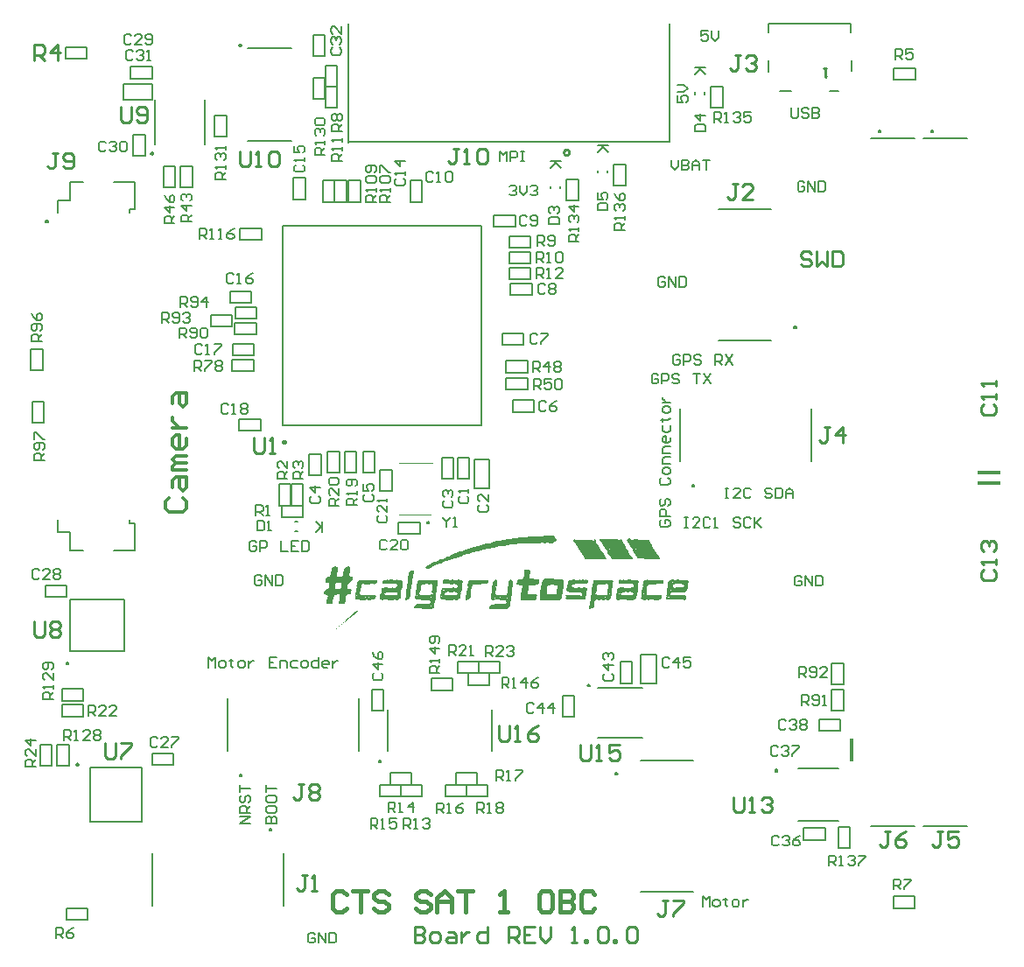
<source format=gto>
%FSTAX23Y23*%
%MOIN*%
%SFA1B1*%

%IPPOS*%
%ADD10C,0.010000*%
%ADD11C,0.009843*%
%ADD12C,0.007874*%
%ADD13C,0.006000*%
%ADD14C,0.005000*%
%ADD15C,0.003937*%
%ADD16C,0.008000*%
%ADD17C,0.013000*%
%ADD18C,0.015000*%
%ADD19R,0.015748X0.086614*%
%ADD20R,0.086614X0.015748*%
%LNocb_development_board-1*%
%LPD*%
G36*
X02291Y01582D02*
X02293Y01575D01*
X02296Y01569*
X02297Y01567*
X02303Y01561*
X02309Y0155*
X02314Y01541*
X02316Y01539*
X02318Y01536*
X02319Y01534*
X02322Y01526*
X02324Y01522*
X02329Y01517*
X02331Y01514*
X02334Y01511*
X02334Y01507*
X02322Y01507*
X02318Y01506*
X02253Y01507*
X02251Y01513*
X0225Y01515*
X02248Y01516*
X02246Y01518*
X02241Y01526*
X02238Y01529*
X02237Y01538*
X02231Y01543*
X02228Y01549*
X02227Y01551*
X02224Y01552*
X02217Y01567*
X02216Y01569*
X02212Y01572*
X02209Y0158*
X02209Y01582*
X02217Y01581*
X02221Y01582*
X02229*
X02234Y01583*
X02246Y01582*
X0225Y01581*
X02266Y01582*
X0227Y01581*
X02275Y01583*
X02285Y01579*
X02288Y01583*
X02289Y01583*
X02291Y01582*
G37*
G36*
X0219D02*
X02193Y01574D01*
X02195Y01569*
X02195Y01566*
X02198Y01565*
X02201Y01563*
X02202Y01561*
X02204Y01555*
X02208Y01549*
X0221Y01547*
X02212Y01541*
X02213Y01539*
X02215Y01537*
X02217Y01536*
X02223Y01526*
X02227Y01519*
X02232Y01511*
X02233Y01507*
X02233Y01507*
X02162Y01507*
X02152Y01507*
X0215Y0151*
X02148Y01516*
X02143Y01521*
X0214Y01527*
X02139Y01531*
X02136Y01532*
X02133Y01535*
X02132Y01543*
X02128Y01547*
X02125Y01553*
X02122Y01558*
X02118Y01562*
X02114Y0157*
X02109Y01577*
X0211Y01582*
X02114Y01581*
X02118Y01578*
X02122Y01579*
X02126Y0158*
X0218Y01579*
X02183Y01576*
X02186Y01577*
X02187Y01582*
X02187Y01583*
X0219Y01582*
G37*
G36*
X02039Y0159D02*
X02042Y01587D01*
X02043Y01583*
X02043Y01579*
X02042Y01574*
X0204Y01572*
X02038Y01571*
X02029Y01567*
X02004Y01568*
X02Y01567*
X01992Y01568*
X01974Y01567*
X01922Y01565*
X019Y01564*
X01885Y01562*
X01876Y01561*
X0185Y01558*
X01846Y01557*
X0184Y01556*
X01833Y01555*
X01824Y01554*
X01818Y01553*
X01813Y01551*
X01807Y0155*
X01797Y01549*
X01796*
X01789Y01547*
X01782Y01545*
X01778Y01544*
X01767Y01542*
X01753Y01538*
X01744Y01537*
X01736Y01534*
X01727Y01532*
X01723Y01531*
X01717Y01528*
X01712Y01527*
X01706Y01526*
X01701Y01524*
X01694Y01522*
X01689Y01521*
X01681Y01517*
X01677Y01516*
X01669Y01513*
X01659Y0151*
X01654Y01509*
X01645Y01506*
X01634Y01502*
X01627Y01499*
X01622Y01498*
X01614Y01494*
X01604Y01489*
X01599Y01488*
X01589Y01484*
X01581Y01481*
X01575Y01478*
X01569Y01475*
X01563Y01472*
X01557Y0147*
X01551Y01469*
X01547Y0147*
X01545Y01475*
X01546Y0148*
X01578Y01494*
X0158Y01495*
X01591Y015*
X01594Y01501*
X01602Y01504*
X01608Y01507*
X01616Y0151*
X01629Y01516*
X01634Y01517*
X01636Y0152*
X01645Y01522*
X01658Y01528*
X01666Y01531*
X01675Y01534*
X01683Y01537*
X01689Y01539*
X01698Y01542*
X01718Y01549*
X01728Y01551*
X01734Y01553*
X01738Y01554*
X01747Y01556*
X01753Y01558*
X01759Y0156*
X01765Y01561*
X01775Y01564*
X01779Y01565*
X0179Y01567*
X01796Y01569*
X01801Y01571*
X01819Y01574*
X01825Y01575*
X0183Y01576*
X01838Y01578*
X01843Y01579*
X01849Y0158*
X01855Y01582*
X01866Y01583*
X01877Y01584*
X01883Y01585*
X0189Y01586*
X01905Y01588*
X01924Y0159*
X0194Y01592*
X01952Y01593*
X02033Y01594*
X02039Y0159*
G37*
G36*
X0232Y01585D02*
X02331Y0158D01*
X02335Y01579*
X0234Y01581*
X02353Y01582*
X02359Y0158*
X0239Y01579*
X02395Y0158*
X02398Y01578*
X024Y01569*
X02406Y01561*
X02408Y01554*
X0241Y0155*
X02416Y01543*
X02419Y01534*
X02425Y01531*
X02428Y01523*
X02433Y01518*
X02434Y01513*
X02436Y01511*
X02439Y0151*
X0244Y01509*
X02433Y01507*
X02404*
X02353Y01508*
X02352Y0151*
X0235Y01514*
X02346Y01519*
X02345Y01521*
X02339Y01531*
X02338Y01533*
X02334Y01539*
X02333Y01542*
X02325Y01554*
X02317Y01569*
X02314Y01571*
X0231Y0158*
X02316Y01582*
X02317Y01586*
X0232Y01585*
G37*
G36*
X01501Y01461D02*
X015Y01452D01*
X01499Y01448*
X01497Y01444*
X01496Y0144*
X01495Y01427*
X01493Y01415*
X01491Y01401*
X01489Y01383*
X01488Y01377*
X01486Y0137*
X01484Y01355*
X01479Y01351*
X01471Y0135*
X01468Y01351*
X01466Y01353*
X0147Y01361*
X01471Y0138*
X01472Y01391*
Y01393*
X01473Y01397*
X01475Y01403*
X01477Y01419*
X01478Y01431*
X01479Y01441*
X01481Y01446*
X01482Y01455*
X01488Y01462*
X01494Y01461*
X01499Y01463*
X01501Y01461*
G37*
G36*
X01257Y01477D02*
X01258Y01471D01*
X01257Y01467*
X01256Y01454*
X01255Y01451*
X01254Y01444*
X01257Y0144*
X01265Y0144*
X01269Y01438*
X01268Y01427*
X01262Y01421*
X0126Y01419*
X01254Y01417*
X0125Y01413*
X01249Y01409*
X01248Y01401*
X01249Y01395*
X01251Y01393*
X01262Y01392*
X01264Y0139*
X01262Y01383*
X0126Y01377*
X01257Y01372*
X01249Y01371*
X01243Y01369*
X01242Y01365*
X0124Y01347*
X01239Y01342*
X01238Y0134*
X01236Y01338*
X01235Y01336*
X0123Y01335*
X01222Y01334*
X01217Y01335*
X01215Y0134*
X01218Y0135*
X01219Y01368*
X01216Y01371*
X01198Y01369*
X01196Y01367*
X01195Y01354*
X01192Y01348*
X01191Y0134*
X01187Y01336*
X01182Y01335*
X01171Y01334*
X01169Y01336*
X01168Y0134*
Y01341*
X01171Y01362*
X01173Y01366*
X01171Y01368*
X0117Y0137*
X01159Y01371*
X01157Y01373*
X01159Y01381*
X01163Y01389*
X0117Y01392*
X01172Y01393*
X01176Y01397*
X01177Y01405*
X01178Y0141*
X01178Y01415*
X01173Y01416*
X01165Y01417*
X01163Y01419*
X01164Y0143*
X0117Y01438*
X01177Y01439*
X01181Y01442*
X01184Y01448*
X01186Y01465*
X01188Y01471*
X01194Y01477*
X01202Y01478*
X01206Y01477*
X0121Y01475*
X01211Y0147*
X0121Y01467*
X01207Y01447*
X01208Y01441*
X0121Y0144*
X01221Y0144*
X01226Y0144*
X01229Y01442*
X01231Y01447*
X01232Y01458*
X01234Y01463*
X01235Y0147*
X0124Y01477*
X01252Y01478*
X01257Y01477*
G37*
G36*
X01943Y01461D02*
X01942Y01435D01*
X01945Y01431*
X01975Y0143*
X01977Y01428*
X01976Y01415*
X01973Y0141*
X01967Y01408*
X01959Y01407*
X01955Y01408*
X01951Y01407*
X01941Y01408*
X01938Y01406*
X01937Y01402*
X01936Y01388*
X01935Y01384*
X01933Y01375*
X01934Y01372*
X01939Y01371*
X01967*
X0197Y01368*
X01968Y01359*
X01966Y01354*
X01964Y01352*
X01963Y0135*
X01959Y01349*
X01947Y01348*
X01911Y01349*
X01909Y01351*
X01907Y0136*
X01908Y01364*
X01909Y01375*
X01911Y01383*
X01912Y01394*
X01914Y01399*
X01913Y01405*
X01911Y01407*
X01894Y01408*
X01892Y0141*
X01893Y01423*
X01898Y01429*
X01903Y0143*
X01906Y01431*
X01912Y0143*
X01918Y01433*
X0192Y01441*
X01921Y01457*
X0192Y01461*
X01921Y01464*
X01938Y01465*
X01943Y01461*
G37*
G36*
X01442Y01427D02*
X01454Y01426D01*
X01457Y01423*
X01456Y01399*
X01455Y01396*
X01452Y01381*
X0145Y01368*
X0145Y01362*
X01451Y0136*
X01449Y01356*
X01443Y01354*
X01441Y01351*
X01437Y0135*
X01425Y01351*
X01421Y0135*
X01383Y01351*
X0138Y0135*
X01376Y01351*
X01374Y01352*
X01371Y01355*
X01372Y01373*
X01377Y0138*
X01376Y01389*
X01377Y01393*
X01378Y01395*
X01384Y01396*
X0139Y01398*
X01413Y01397*
X01417Y01398*
X01428Y01397*
X01432Y01398*
X01437Y01401*
X01438Y01405*
X01437Y01409*
X01434Y01412*
X01391Y01412*
X01385Y01412*
X01381Y01416*
X01383Y01427*
X01387Y01428*
X01392Y01426*
X01395*
X01395Y01426*
X01401Y01428*
X01405Y01426*
X01411Y01428*
X0143Y01427*
X01439Y01428*
X01442Y01427*
G37*
G36*
X0252D02*
X02531Y01427D01*
X02538Y01426*
X02544Y01425*
X02546Y01423*
X02545Y01404*
X02543Y01398*
X02542Y01387*
X0254Y01384*
X02532Y0138*
X02482Y01379*
X02478Y01375*
X02479Y01372*
X02481Y0137*
X02486Y01369*
X02529Y01369*
X02533Y01368*
X02537Y01364*
X02537Y01355*
X02537Y01353*
X02535Y01351*
X02532Y0135*
X02528Y01351*
X0247Y01351*
X02464Y01353*
X02461Y01355*
X02462Y0136*
X02463Y01364*
X02462Y0137*
X02464Y01373*
X02465Y01394*
X02469Y01397*
X02468Y01408*
X02469Y01419*
X0247Y01421*
X02471Y01422*
X02473Y01423*
X02475Y01424*
X02483Y01428*
X02498Y01427*
X02502Y01428*
X0252Y01427*
G37*
G36*
X02331D02*
X02343Y01427D01*
X02353Y01426*
X02356Y01423*
X02357Y01418*
X02355Y01412*
X02353Y01401*
X02353Y01396*
X02354Y01393*
X02353Y01382*
X02352Y01379*
X0235Y01369*
X02348Y01362*
X02347Y01355*
X02339Y01351*
X02335Y0135*
X02287Y01351*
X02279Y0135*
X02271Y01355*
X02272Y0137*
X02271Y01375*
X02273Y01379*
X02274Y01383*
X02275Y0139*
X02278Y01395*
X02287Y01398*
X02318Y01397*
X02334Y01398*
X02339Y01403*
X02338Y01409*
X0233Y01412*
X02282Y01413*
X02281Y01415*
Y0142*
Y01422*
X02282Y01427*
X02288Y01428*
X0229Y01426*
X02291Y0142*
X02292Y0142*
X02293Y01427*
X02301Y01428*
X02305Y01427*
X02323Y01428*
X02331Y01427*
G37*
G36*
X02163D02*
X02164Y0142D01*
X02162Y01417*
X02161Y01415*
X02159Y01413*
X02155Y01412*
X02115Y01411*
X02114Y01412*
X02111Y0141*
X02105Y01409*
X02102Y01406*
X02103Y01399*
X02105Y01398*
X02117Y01397*
X0213Y01398*
X02132*
X02136Y01397*
X02151Y01398*
X02157Y01397*
X0216Y01394*
X02158Y01372*
X02157Y01368*
X02155Y01362*
X02154Y01355*
X0215Y01351*
X02137Y01351*
X02083Y01352*
X02079Y01355*
X02079Y01359*
X02081Y01363*
X02079Y01368*
X02085Y0137*
X02089Y01369*
X02134Y01368*
X02137Y01366*
X0214Y01369*
X02141Y01374*
X0214Y01376*
X02135Y01383*
X02127Y01379*
X02123Y0138*
X02093Y0138*
X02088Y01381*
X02084Y01384*
X02082Y01386*
X02083Y01401*
X02085Y01409*
X02086Y01412*
X02088Y0142*
X0209Y01426*
X02093Y01427*
X02098Y01426*
X02107Y01428*
X02123Y01427*
X02133Y01428*
X02136Y01427*
X02144Y01428*
X02151Y01427*
X02155Y01428*
X02163Y01427*
G37*
G36*
X02452D02*
X02452Y01419D01*
X0245Y01413*
X02445Y01412*
X02405Y0141*
X02395Y01409*
X0239Y01404*
X02389Y01399*
X02387Y01393*
X02386Y01389*
X02386Y01375*
X02387Y0137*
X0239Y01368*
X02397Y01369*
X02398Y0137*
X02402Y01369*
X02445Y01368*
X02445Y01366*
X02443Y0136*
X02441Y01354*
X02436Y01351*
X02428Y0135*
X024Y01351*
X02393Y0135*
X02389Y01351*
X02378Y0135*
X02371Y01351*
X02367Y01355*
X02365Y01359*
X02367Y01362*
X02368Y01381*
X02371Y01394*
X02374Y01401*
X02372Y01409*
X02374Y01413*
X02375Y01423*
X02376Y01424*
X02383Y01426*
X02387Y01427*
X02389Y01428*
X02393Y01427*
X02447Y01426*
X02449Y01427*
X0245Y01428*
X02452Y01427*
G37*
G36*
X02242Y01426D02*
X02245Y01427D01*
X02257Y01426*
X0226Y01423*
X02259Y01412*
X02258Y0141*
X02259Y01408*
X02258Y01404*
X02255Y01384*
X02253Y01371*
X02252Y01357*
X02251Y01355*
X02241Y0135*
X02229Y01351*
X02226Y0135*
X02211Y01351*
X02207Y0135*
X02195Y01351*
X0219Y01346*
X02189Y01345*
X02188Y01341*
X02187Y01328*
X02186Y01324*
X02184Y01319*
X02179Y01318*
X02169Y01317*
X02168Y01321*
X02172Y01332*
X02173Y01354*
X02174Y01367*
X02176Y01373*
X02178Y01379*
X02179Y01382*
X02177Y01383*
X02179Y01387*
X0218Y01409*
X02183Y01416*
X02184Y01424*
X02186Y01426*
X02191Y01426*
X02197Y01426*
X022Y01427*
X02235Y01427*
X02242Y01426*
G37*
G36*
X0159Y01424D02*
X0159Y01405D01*
X01589Y01402*
X01588Y01397*
X01587Y01388*
X01586Y01384*
X01584Y01369*
X01583Y01353*
X0158Y01345*
X01579Y0133*
X01578Y01326*
X01576Y01321*
X01573Y01318*
X01565Y01317*
X015Y01318*
X015Y01321*
X01502Y01323*
X01503Y01328*
X01504Y0133*
X01507Y01333*
X01512Y01334*
X01557Y01335*
X01565Y0134*
X01564Y01347*
X01561Y0135*
X01554Y01351*
X0155Y0135*
X01507Y01351*
X01506Y01353*
X01504Y01358*
Y01359*
Y0136*
X01506Y01373*
X01509Y01381*
X0151Y01396*
X01511Y01408*
X01513Y01416*
X01518Y01424*
X01527Y01427*
X01552Y01426*
X01571Y01427*
X01573Y01426*
X01577Y01427*
X0159Y01424*
G37*
G36*
X01345Y01426D02*
X01353Y01426D01*
X01356Y01427*
X01361Y01426*
X01362Y0142*
X01357Y01412*
X01352Y01411*
X01349Y0141*
X01346Y01412*
X01317Y0141*
X01305Y01411*
X01301Y01408*
X013Y01403*
X01298Y0139*
X01296Y01384*
X01294Y01377*
X01296Y01372*
X01297Y0137*
X01302Y01369*
X01334Y0137*
X01338Y01369*
X01355Y01368*
X01356Y01365*
X01355Y01361*
X01354Y01359*
X0135Y01355*
X01348Y01351*
X01329Y0135*
X01325Y01351*
X0131Y0135*
X01281Y01351*
X01278Y01354*
X01277Y01359*
X01278Y01367*
X01277Y0137*
X01278Y01376*
X0128Y01382*
X01282Y01395*
X01283Y01398*
X01282Y01404*
X01283Y01408*
X01284Y01412*
X01286Y01421*
X0129Y01427*
X01309Y01426*
X0131Y01426*
X01322Y01427*
X01341Y01427*
X01345Y01426*
G37*
G36*
X01636Y01427D02*
X01641Y01427D01*
X01644Y01428*
X01659Y01427*
X01673Y01428*
X01677Y01427*
X01684Y01426*
X01685Y01424*
X01687Y01419*
X01685Y01416*
X01684Y01393*
X01683Y01388*
X0168Y01383*
X01678Y01379*
X0168Y01375*
X01678Y01367*
X01677Y01357*
X01676Y01355*
X01673Y01354*
X01665Y0135*
X0165Y01351*
X01647Y0135*
X01635*
X01608Y01351*
X01601Y01354*
X01601Y01362*
X01602Y01366*
X01604Y01377*
X01605Y01383*
X01606Y01395*
X01609Y01397*
X01637Y01397*
X01645Y01397*
X01649Y01398*
X01662Y01397*
X01667Y01399*
X01668Y01404*
X01669Y01407*
X01665Y0141*
X0165Y01412*
X01647Y0141*
X01631Y01412*
X01627Y01411*
X01615Y01412*
X01612Y01413*
X01611Y01422*
X01612Y01426*
X01614Y01428*
X01631Y01428*
X01636Y01427*
G37*
G36*
X01874Y01427D02*
X01878Y01423D01*
X01879Y01422*
X01879Y01411*
X01877Y01405*
X01875Y01391*
X01874Y01376*
X01873Y01369*
X0187Y01359*
X01868Y0133*
X01867Y01326*
X01865Y01324*
X01862Y01318*
X01855Y01317*
X01844Y01317*
X01843Y01318*
X01839Y01317*
X01822Y01317*
X018Y01317*
X01796Y01318*
X01789Y01317*
X01788Y01318*
X01789Y01325*
X01796Y01333*
X01815Y01334*
X01846Y01335*
X01853Y0134*
X01851Y01348*
X01846Y0135*
X0181Y01351*
X018Y0135*
X01795Y01353*
X01793Y0136*
X01795Y01364*
X01796Y01382*
X01798Y01388*
X01799Y01402*
X01801Y01408*
X018Y01412*
X01801Y01419*
X01806Y01427*
X0181Y01428*
X01817Y01427*
X01818Y01416*
X01819Y01404*
X01815Y01396*
X01814Y01388*
X01812Y01379*
X01812Y01373*
X01816Y01368*
X01821Y01369*
X01824Y0137*
X01832Y01369*
X01851Y01368*
X01854Y0137*
X01856Y01379*
X01857Y01388*
X01859Y01394*
X01861Y01409*
X01862Y01423*
X01866Y01428*
X01874Y01427*
G37*
G36*
X01729D02*
X01784Y01427D01*
X01785Y01423*
X01784Y01418*
X01781Y01413*
X0177Y01412*
X01743Y0141*
X01742*
X01725Y01409*
X01724Y01408*
X0172Y01395*
X01719Y0139*
X01718Y01375*
X01717Y01365*
X01716Y01361*
X01714Y01357*
X01709Y01351*
X01701Y0135*
X01697Y01352*
X01699Y01362*
X017Y01373*
X01701Y01383*
X01703Y01388*
X01706Y014*
X01706Y01402*
X01705Y01405*
X01705Y01408*
X01706Y01415*
X01707Y0142*
X0171Y01424*
X01712Y01426*
X01721Y01427*
X01724Y01428*
X01729Y01427*
G37*
G36*
X02067Y0143D02*
X02071Y01427D01*
X02072Y01423*
X02071Y01399*
X0207Y01396*
X02068Y01387*
X02067Y01383*
X02064Y01359*
X02062Y01354*
X02058Y0135*
X0205Y01348*
X01984Y01349*
X01982Y01351*
X0198Y01359*
X01981Y01374*
X01982Y01382*
X01984Y01393*
X01985Y01398*
X01987Y01408*
X01988Y01417*
X0199Y01423*
X01992Y01427*
X01993Y01427*
X01995Y01429*
X02Y01431*
X02067Y0143*
G37*
G36*
X01286Y01308D02*
X01285Y01305D01*
X01283Y01304*
X01281Y01303*
X01276Y01298*
X01274Y01297*
X01271Y01293*
X01268Y01292*
X01264Y01287*
X01261Y01286*
X01258Y01283*
X01252Y01279*
X01249Y01276*
X01247Y01275*
X01246Y01273*
X01244Y01271*
X0124Y0127*
X01238Y01267*
X01235Y01266*
X01236Y0127*
X01241Y01273*
X01242Y01275*
X01247Y01281*
X01253Y01283*
X01254Y01286*
X01255Y01287*
X01258Y01289*
X0126Y01291*
X01261Y01292*
X01264Y01294*
X01265Y01295*
X01266Y01297*
X01268Y01298*
X01271Y013*
X01272Y01302*
X01274Y01304*
X01279Y01307*
X0128Y01309*
X01283Y01311*
X01286Y01308*
G37*
G36*
X01233Y01264D02*
X0123Y01261D01*
X01229*
X01228Y01261*
X01231Y01264*
X01233Y01264*
G37*
G36*
X01226Y01258D02*
Y01257D01*
X01222Y01255*
X01221Y01257*
X01223Y01258*
X01226Y01259*
Y01258*
G37*
G36*
X01219Y01252D02*
X01218Y0125D01*
X01215Y01249*
X01214Y01251*
X01216Y01253*
X01218*
X01219Y01252*
G37*
G36*
X01207Y01242D02*
Y0124D01*
X01206Y01239*
X01204Y01239*
X01205Y01242*
X01207Y01242*
X01207Y01242*
G37*
%LNocb_development_board-2*%
%LPC*%
G36*
X02245Y01546D02*
X02245Y01543D01*
X02245Y01543*
X02248Y01542*
X02248Y01546*
X02245Y01546*
G37*
G36*
X02346Y01549D02*
X02345Y01547D01*
X02343Y01543*
X02345Y01542*
X02347Y01543*
Y01546*
Y01547*
X02346Y01549*
G37*
G36*
X0122Y01416D02*
X01213D01*
X01203Y01415*
X01202Y01409*
X01201Y01397*
X01203Y01393*
X01213Y01394*
X01218Y01393*
X01224Y01397*
X01225Y01405*
X01224Y01415*
X0122Y01416*
G37*
G36*
X01418Y0138D02*
X01417D01*
X01396Y01379*
X01388Y01374*
X0139Y01372*
X01391Y0137*
X01396Y01369*
X01434Y0137*
X01437Y01373*
X01437Y01378*
X01432Y01379*
X01418Y0138*
G37*
G36*
X02486Y01419D02*
X02485Y01418D01*
X02486Y01417*
X02486Y01418*
X02486Y01419*
G37*
G36*
X0248Y01404D02*
X02479Y01403D01*
X0248Y01402*
X0248Y01403*
X0248Y01404*
G37*
G36*
X02499Y01413D02*
X02496Y01412D01*
X02489Y0141*
X02487Y01409*
X02486Y01403*
X02489Y01398*
X02496Y01397*
X02499Y01398*
X02525Y01399*
X02527Y01401*
X02528Y01403*
X0253Y01407*
X02526Y0141*
X02518Y01412*
X02503*
X02502Y01412*
X02499Y01413*
G37*
G36*
X0248Y01391D02*
X02478Y01389D01*
Y01388*
X0248Y01387*
X0248Y0139*
X0248Y01391*
G37*
G36*
X02472Y01364D02*
X02469Y01362D01*
X0247Y01359*
X02473Y01358*
X02473Y01359*
X02474Y01359*
X02475Y01361*
X02472Y01364*
G37*
G36*
X02324Y01381D02*
X02317Y0138D01*
X02313Y01379*
X02307Y01381*
X02302Y0138*
X02296Y01381*
X02292Y01377*
X02289Y01376*
X02289Y01374*
X02293Y0137*
X02295Y01369*
X02299Y01368*
X02303Y01369*
X02306*
X02331Y0137*
X02338Y01373*
X02336Y01375*
X02324Y01381*
G37*
G36*
X02282Y01377D02*
X02281Y01373D01*
X02282Y01371*
X02284Y01373*
Y01375*
X02284Y01376*
X02282Y01377*
G37*
G36*
X02324Y01359D02*
X02324Y01359D01*
X02325Y01358*
X02326Y01359*
X02324Y01359*
G37*
G36*
X02385Y01413D02*
X02384Y01412D01*
X02385Y01412*
X02385Y01412*
X02385Y01413*
G37*
G36*
X02375Y01376D02*
X02374Y01373D01*
X02375Y01371*
X02378Y01372*
X02378Y01375*
X02378Y01376*
X02375Y01376*
G37*
G36*
X02236Y01412D02*
X02221Y0141D01*
X02217Y01412*
X02213Y0141*
X02201Y01409*
X02197Y01405*
X02196Y01386*
X02193Y0138*
X02191Y01376*
X02193Y01373*
X02194Y01371*
X022Y01369*
X02217Y01369*
X02219Y01369*
X02222Y0137*
X0223Y01369*
X02231Y0137*
X02233*
X02239Y01373*
X02238Y01384*
X02239Y01388*
X0224Y01396*
X02241Y01401*
X0224Y01407*
X02236Y01412*
G37*
G36*
X02246Y01376D02*
X02245Y01375D01*
Y01374*
X02245Y01372*
X02247Y01374*
X02246Y01376*
G37*
G36*
X0223Y01363D02*
X02227Y01362D01*
X02226Y01361*
X02228Y01359*
X02231Y01361*
X02232Y01361*
X0223Y01363*
G37*
G36*
X0224Y01361D02*
X02239Y0136D01*
X02241Y01358*
X02241Y01359*
X02242Y0136*
X0224Y01361*
G37*
G36*
X01568Y01412D02*
X01564D01*
X01561Y0141*
X01546Y01411*
X01536Y0141*
X01532Y01408*
X01526Y01403*
X01528Y01393*
X01526Y01389*
X01525Y01383*
X01523Y01381*
X01522Y01379*
X01521Y01375*
X01522Y01372*
X01531Y01369*
X01547Y01369*
X01554Y01369*
X01557Y0137*
X01568Y01371*
X01571Y01372*
X01574Y01373*
X01573Y01376*
X01568Y01379*
X01569Y01384*
X01571Y01388*
X01571Y01406*
X01568Y01412*
G37*
G36*
X01512Y01369D02*
X01511Y01366D01*
X01513Y01365*
X01514Y01367*
X01513Y01368*
X01513Y01368*
X01512Y01369*
G37*
G36*
X01568Y01363D02*
X01566Y01362D01*
X01565Y01362*
X01565Y0136*
X01566Y01358*
X01568Y0136*
X01568Y01363*
G37*
G36*
Y0133D02*
X01565Y01328D01*
X01565Y01326*
X01568Y01327*
X01569Y01329*
X0157Y01329*
X01571Y0133*
X01568Y0133*
G37*
G36*
X01283Y0137D02*
X01282Y01368D01*
X01283Y01366*
X01285Y01368*
X01284Y01369*
X01283Y0137*
G37*
G36*
X01326Y01362D02*
X01326Y01361D01*
X01331Y01359*
X01331Y0136*
X01331Y01361*
X0133Y01361*
X01326Y01362*
G37*
G36*
X01316D02*
X01315Y01361D01*
X01315Y01361*
X01314Y0136*
X01317Y01359*
X01318Y01361*
X01316Y01362*
G37*
G36*
X01613Y01388D02*
X01612Y01388D01*
X01614Y01386*
X01616Y01387*
Y01388*
X01613Y01388*
G37*
G36*
X01655Y01381D02*
X01643Y0138D01*
X01629Y01381*
X01625Y01379*
X01616Y01375*
X01616Y01374*
Y01373*
X01622Y0137*
X0163Y01369*
X0166Y0137*
X01666Y01374*
X01665Y01376*
X01663Y01378*
X0166Y01379*
X01655Y01381*
G37*
G36*
X01607Y01364D02*
X01606D01*
X01605Y01364*
X01607Y01362*
X01608Y01364*
X01607Y01364*
G37*
G36*
X01666Y01362D02*
X01665Y0136D01*
X01665Y01359*
X01666*
X01667Y01361*
X01666Y01362*
G37*
G36*
X01871Y01417D02*
X0187Y01417D01*
X01871Y01416*
X01871Y01417*
X01871Y01417*
G37*
G36*
X0181Y01407D02*
X0181Y01405D01*
Y01404*
X01811Y014*
X01813Y01401*
X01812Y01406*
X0181Y01407*
G37*
G36*
X01827Y01362D02*
X01826Y01362D01*
X01826Y01361*
X01826Y01358*
X0183Y01359*
X0183Y01362*
X01827Y01362*
G37*
G36*
X01811Y01358D02*
X01807Y01358D01*
X01811Y01356*
X01812Y01357*
X01811Y01358*
G37*
G36*
X01855D02*
X01855Y01358D01*
Y01357*
X01855Y01354*
X01858Y01354*
X01857Y01358*
X01855Y01358*
G37*
G36*
X02028Y01408D02*
X02013Y01406D01*
X0201Y01404*
X02009Y01399*
X02008Y01387*
X02007Y01383*
X02006Y01375*
X02007Y01373*
X02009Y01371*
X02019*
X0204Y01372*
X02043Y01375*
X02044Y01387*
X02046Y01398*
X02046Y01405*
X02045Y01407*
X02028Y01408*
G37*
%LNocb_development_board-3*%
%LPD*%
G54D10*
X02091Y03055D02*
D01*
X02091Y03056*
X02091Y03057*
X02091Y03057*
X02091Y03058*
X02091Y03059*
X0209Y03059*
X0209Y0306*
X0209Y03061*
X02089Y03061*
X02089Y03062*
X02088Y03062*
X02088Y03063*
X02087Y03063*
X02087Y03064*
X02086Y03064*
X02085Y03064*
X02085Y03065*
X02084Y03065*
X02084Y03065*
X02083Y03065*
X02082Y03065*
X02081Y03065*
X02081*
X0208Y03065*
X02079Y03065*
X02079Y03065*
X02078Y03065*
X02077Y03065*
X02077Y03064*
X02076Y03064*
X02076Y03064*
X02075Y03063*
X02074Y03063*
X02074Y03062*
X02073Y03062*
X02073Y03061*
X02073Y03061*
X02072Y0306*
X02072Y03059*
X02072Y03059*
X02072Y03058*
X02071Y03057*
X02071Y03057*
X02071Y03056*
X02071Y03055*
X02071Y03055*
X02071Y03054*
X02071Y03053*
X02072Y03053*
X02072Y03052*
X02072Y03051*
X02072Y03051*
X02073Y0305*
X02073Y03049*
X02073Y03049*
X02074Y03048*
X02074Y03048*
X02075Y03047*
X02076Y03047*
X02076Y03047*
X02077Y03046*
X02077Y03046*
X02078Y03046*
X02079Y03046*
X02079Y03045*
X0208Y03045*
X02081Y03045*
X02081*
X02082Y03045*
X02083Y03045*
X02084Y03046*
X02084Y03046*
X02085Y03046*
X02085Y03046*
X02086Y03047*
X02087Y03047*
X02087Y03047*
X02088Y03048*
X02088Y03048*
X02089Y03049*
X02089Y03049*
X0209Y0305*
X0209Y03051*
X0209Y03051*
X02091Y03052*
X02091Y03053*
X02091Y03053*
X02091Y03054*
X02091Y03055*
X02091Y03055*
X03014Y0267D02*
X03004Y0268D01*
X02984*
X02975Y0267*
Y0266*
X02984Y0265*
X03004*
X03014Y0264*
Y0263*
X03004Y02621*
X02984*
X02975Y0263*
X03034Y0268D02*
Y02621D01*
X03054Y0264*
X03074Y02621*
Y0268*
X03094D02*
Y02621D01*
X03124*
X03134Y0263*
Y0267*
X03124Y0268*
X03094*
X01503Y00105D02*
Y00046D01*
X01532*
X01542Y00055*
Y00065*
X01532Y00075*
X01503*
X01532*
X01542Y00085*
Y00095*
X01532Y00105*
X01503*
X01572Y00046D02*
X01592D01*
X01602Y00055*
Y00075*
X01592Y00085*
X01572*
X01562Y00075*
Y00055*
X01572Y00046*
X01632Y00085D02*
X01652D01*
X01662Y00075*
Y00046*
X01632*
X01622Y00055*
X01632Y00065*
X01662*
X01682Y00085D02*
Y00046D01*
Y00065*
X01692Y00075*
X01702Y00085*
X01712*
X01782Y00105D02*
Y00046D01*
X01752*
X01742Y00055*
Y00075*
X01752Y00085*
X01782*
X01862Y00046D02*
Y00105D01*
X01892*
X01902Y00095*
Y00075*
X01892Y00065*
X01862*
X01882D02*
X01902Y00046D01*
X01962Y00105D02*
X01922D01*
Y00046*
X01962*
X01922Y00075D02*
X01942D01*
X01982Y00105D02*
Y00065D01*
X02002Y00046*
X02022Y00065*
Y00105*
X02102Y00046D02*
X02122D01*
X02112*
Y00105*
X02102Y00095*
X02152Y00046D02*
Y00055D01*
X02162*
Y00046*
X02152*
X02202Y00095D02*
X02212Y00105D01*
X02232*
X02242Y00095*
Y00055*
X02232Y00046*
X02212*
X02202Y00055*
Y00095*
X02262Y00046D02*
Y00055D01*
X02272*
Y00046*
X02262*
X02312Y00095D02*
X02322Y00105D01*
X02342*
X02352Y00095*
Y00055*
X02342Y00046*
X02322*
X02312Y00055*
Y00095*
X03071Y03374D02*
X0306D01*
X03066*
Y03342*
X03071Y03347*
X01825Y00872D02*
Y00823D01*
X01835Y00813*
X01855*
X01865Y00823*
Y00872*
X01885Y00813D02*
X01905D01*
X01895*
Y00872*
X01885Y00862*
X01974Y00872D02*
X01954Y00862D01*
X01934Y00843*
Y00823*
X01944Y00813*
X01964*
X01974Y00823*
Y00833*
X01964Y00843*
X01934*
X02743Y03424D02*
X02723D01*
X02733*
Y03375*
X02723Y03365*
X02713*
X02703Y03375*
X02763Y03414D02*
X02773Y03424D01*
X02793*
X02803Y03414*
Y03404*
X02793Y03395*
X02783*
X02793*
X02803Y03385*
Y03375*
X02793Y03365*
X02773*
X02763Y03375*
X00055Y03405D02*
Y03464D01*
X00085*
X00095Y03454*
Y03435*
X00085Y03425*
X00055*
X00075D02*
X00095Y03405D01*
X00144D02*
Y03464D01*
X00114Y03435*
X00154*
X0367Y02095D02*
X0366Y02085D01*
Y02065*
X0367Y02055*
X03709*
X03719Y02065*
Y02085*
X03709Y02095*
X03719Y02115D02*
Y02134D01*
Y02125*
X0366*
X0367Y02115*
X03719Y02164D02*
Y02184D01*
Y02174*
X0366*
X0367Y02164*
X03515Y00469D02*
X03495D01*
X03505*
Y0042*
X03495Y0041*
X03485*
X03475Y0042*
X03574Y00469D02*
X03534D01*
Y0044*
X03554Y00449*
X03564*
X03574Y0044*
Y0042*
X03564Y0041*
X03544*
X03534Y0042*
X03315Y00469D02*
X03295D01*
X03305*
Y0042*
X03295Y0041*
X03285*
X03275Y0042*
X03374Y00469D02*
X03354Y00459D01*
X03334Y0044*
Y0042*
X03344Y0041*
X03364*
X03374Y0042*
Y0043*
X03364Y0044*
X03334*
X02134Y00798D02*
Y00749D01*
X02144Y00739*
X02164*
X02174Y00749*
Y00798*
X02194Y00739D02*
X02214D01*
X02204*
Y00798*
X02194Y00788*
X02283Y00798D02*
X02243D01*
Y00769*
X02263Y00778*
X02273*
X02283Y00769*
Y00749*
X02273Y00739*
X02253*
X02243Y00749*
X02716Y006D02*
Y00551D01*
X02726Y00541*
X02746*
X02756Y00551*
Y006*
X02776Y00541D02*
X02796D01*
X02786*
Y006*
X02776Y0059*
X02825D02*
X02835Y006D01*
X02855*
X02865Y0059*
Y0058*
X02855Y00571*
X02845*
X02855*
X02865Y00561*
Y00551*
X02855Y00541*
X02835*
X02825Y00551*
X01672Y0307D02*
X01652D01*
X01662*
Y03021*
X01652Y03011*
X01642*
X01632Y03021*
X01692Y03011D02*
X01712D01*
X01702*
Y0307*
X01692Y0306*
X01741D02*
X01751Y0307D01*
X01771*
X01781Y0306*
Y03021*
X01771Y03011*
X01751*
X01741Y03021*
Y0306*
X00839D02*
Y03011D01*
X00849Y03001*
X00869*
X00879Y03011*
Y0306*
X00899Y03001D02*
X00919D01*
X00909*
Y0306*
X00899Y0305*
X00948D02*
X00958Y0306D01*
X00978*
X00988Y0305*
Y03011*
X00978Y03001*
X00958*
X00948Y03011*
Y0305*
X00385Y03228D02*
Y03179D01*
X00395Y03169*
X00415*
X00425Y03179*
Y03228*
X00444Y03179D02*
X00454Y03169D01*
X00474*
X00484Y03179*
Y03218*
X00474Y03228*
X00454*
X00444Y03218*
Y03208*
X00454Y03199*
X00484*
X00054Y01268D02*
Y01219D01*
X00064Y01209*
X00084*
X00094Y01219*
Y01268*
X00113Y01258D02*
X00123Y01268D01*
X00143*
X00153Y01258*
Y01248*
X00143Y01239*
X00153Y01229*
Y01219*
X00143Y01209*
X00123*
X00113Y01219*
Y01229*
X00123Y01239*
X00113Y01248*
Y01258*
X00123Y01239D02*
X00143D01*
X00325Y00804D02*
Y00755D01*
X00335Y00745*
X00355*
X00365Y00755*
Y00804*
X00384D02*
X00424D01*
Y00794*
X00384Y00755*
Y00745*
X00892Y01968D02*
Y01919D01*
X00902Y01909*
X00922*
X00932Y01919*
Y01968*
X00951Y01909D02*
X00971D01*
X00961*
Y01968*
X00951Y01958*
X00144Y03053D02*
X00124D01*
X00134*
Y03003*
X00124Y02994*
X00114*
X00105Y03003*
X00164D02*
X00174Y02994D01*
X00194*
X00204Y03003*
Y03043*
X00194Y03053*
X00174*
X00164Y03043*
Y03033*
X00174Y03023*
X00204*
X01082Y00649D02*
X01062D01*
X01072*
Y006*
X01062Y0059*
X01052*
X01042Y006*
X01101Y00639D02*
X01111Y00649D01*
X01131*
X01141Y00639*
Y00629*
X01131Y0062*
X01141Y0061*
Y006*
X01131Y0059*
X01111*
X01101Y006*
Y0061*
X01111Y0062*
X01101Y00629*
Y00639*
X01111Y0062D02*
X01131D01*
X02467Y00204D02*
X02447D01*
X02457*
Y00155*
X02447Y00145*
X02437*
X02427Y00155*
X02487Y00204D02*
X02527D01*
Y00194*
X02487Y00155*
Y00145*
X03085Y02009D02*
X03065D01*
X03075*
Y0196*
X03065Y0195*
X03055*
X03045Y0196*
X03134Y0195D02*
Y02009D01*
X03104Y0198*
X03144*
X02733Y02936D02*
X02713D01*
X02723*
Y02887*
X02713Y02877*
X02703*
X02693Y02887*
X02792Y02877D02*
X02752D01*
X02792Y02916*
Y02926*
X02782Y02936*
X02762*
X02752Y02926*
X01093Y00302D02*
X01073D01*
X01083*
Y00253*
X01073Y00243*
X01063*
X01053Y00253*
X01112Y00243D02*
X01132D01*
X01122*
Y00302*
X01112Y00292*
X0367Y01465D02*
X0366Y01455D01*
Y01435*
X0367Y01425*
X03709*
X03719Y01435*
Y01455*
X03709Y01465*
X03719Y01485D02*
Y01505D01*
Y01495*
X0366*
X0367Y01485*
Y01534D02*
X0366Y01544D01*
Y01564*
X0367Y01574*
X0368*
X0369Y01564*
Y01554*
Y01564*
X03699Y01574*
X03709*
X03719Y01564*
Y01544*
X03709Y01534*
G54D11*
X0101Y01953D02*
D01*
X0101Y01953*
X0101Y01953*
X0101Y01954*
X0101Y01954*
X0101Y01954*
X0101Y01955*
X0101Y01955*
X0101Y01955*
X01009Y01955*
X01009Y01956*
X01009Y01956*
X01009Y01956*
X01009Y01956*
X01008Y01957*
X01008Y01957*
X01008Y01957*
X01007Y01957*
X01007Y01957*
X01007Y01957*
X01006Y01957*
X01006Y01957*
X01006Y01957*
X01005*
X01005Y01957*
X01005Y01957*
X01004Y01957*
X01004Y01957*
X01004Y01957*
X01003Y01957*
X01003Y01957*
X01003Y01957*
X01002Y01956*
X01002Y01956*
X01002Y01956*
X01002Y01956*
X01002Y01955*
X01001Y01955*
X01001Y01955*
X01001Y01955*
X01001Y01954*
X01001Y01954*
X01001Y01954*
X01001Y01953*
X01001Y01953*
X01001Y01953*
X01001Y01952*
X01001Y01952*
X01001Y01952*
X01001Y01951*
X01001Y01951*
X01001Y01951*
X01001Y0195*
X01001Y0195*
X01002Y0195*
X01002Y01949*
X01002Y01949*
X01002Y01949*
X01002Y01949*
X01003Y01948*
X01003Y01948*
X01003Y01948*
X01004Y01948*
X01004Y01948*
X01004Y01948*
X01005Y01948*
X01005Y01948*
X01005Y01948*
X01006*
X01006Y01948*
X01006Y01948*
X01007Y01948*
X01007Y01948*
X01007Y01948*
X01008Y01948*
X01008Y01948*
X01008Y01948*
X01009Y01949*
X01009Y01949*
X01009Y01949*
X01009Y01949*
X01009Y0195*
X0101Y0195*
X0101Y0195*
X0101Y01951*
X0101Y01951*
X0101Y01951*
X0101Y01952*
X0101Y01952*
X0101Y01952*
X0101Y01953*
G54D12*
X01555Y01649D02*
D01*
X01555Y01649*
X01555Y01648*
X01554Y01648*
X01554Y01648*
X01554Y01648*
X01553Y01648*
X01553Y01648*
X01553Y01648*
X01553Y01648*
X01553Y01648*
X01552Y01647*
X01552Y01647*
X01552Y01647*
X01552Y01647*
X01552Y01647*
X01552Y01646*
X01551Y01646*
X01551Y01646*
X01551Y01646*
X01551Y01645*
X01551Y01645*
X01551Y01645*
Y01644*
X01551Y01644*
X01551Y01644*
X01551Y01644*
X01551Y01643*
X01551Y01643*
X01552Y01643*
X01552Y01643*
X01552Y01642*
X01552Y01642*
X01552Y01642*
X01552Y01642*
X01553Y01642*
X01553Y01641*
X01553Y01641*
X01553Y01641*
X01553Y01641*
X01554Y01641*
X01554Y01641*
X01554Y01641*
X01555Y01641*
X01555Y01641*
X01555Y01641*
D01*
X01555Y01641*
X01556Y01641*
X01556Y01641*
X01556Y01641*
X01556Y01641*
X01557Y01641*
X01557Y01641*
X01557Y01641*
X01557Y01641*
X01558Y01642*
X01558Y01642*
X01558Y01642*
X01558Y01642*
X01558Y01642*
X01558Y01643*
X01559Y01643*
X01559Y01643*
X01559Y01643*
X01559Y01644*
X01559Y01644*
X01559Y01644*
X01559Y01644*
Y01645*
X01559Y01645*
X01559Y01645*
X01559Y01646*
X01559Y01646*
X01559Y01646*
X01559Y01646*
X01558Y01647*
X01558Y01647*
X01558Y01647*
X01558Y01647*
X01558Y01647*
X01558Y01648*
X01557Y01648*
X01557Y01648*
X01557Y01648*
X01557Y01648*
X01556Y01648*
X01556Y01648*
X01556Y01648*
X01556Y01648*
X01555Y01649*
X01555Y01649*
X01375Y00736D02*
D01*
X01375Y00737*
X01375Y00737*
X01375Y00737*
X01375Y00738*
X01375Y00738*
X01375Y00738*
X01375Y00738*
X01375Y00739*
X01375Y00739*
X01374Y00739*
X01374Y00739*
X01374Y00739*
X01374Y0074*
X01374Y0074*
X01373Y0074*
X01373Y0074*
X01373Y0074*
X01373Y0074*
X01372Y0074*
X01372Y0074*
X01372Y0074*
X01372Y0074*
X01371*
X01371Y0074*
X01371Y0074*
X01371Y0074*
X0137Y0074*
X0137Y0074*
X0137Y0074*
X0137Y0074*
X01369Y0074*
X01369Y0074*
X01369Y00739*
X01369Y00739*
X01368Y00739*
X01368Y00739*
X01368Y00739*
X01368Y00738*
X01368Y00738*
X01368Y00738*
X01368Y00738*
X01368Y00737*
X01368Y00737*
X01368Y00737*
X01368Y00736*
X01368Y00736*
X01368Y00736*
X01368Y00736*
X01368Y00735*
X01368Y00735*
X01368Y00735*
X01368Y00735*
X01368Y00734*
X01368Y00734*
X01368Y00734*
X01369Y00734*
X01369Y00734*
X01369Y00733*
X01369Y00733*
X0137Y00733*
X0137Y00733*
X0137Y00733*
X0137Y00733*
X01371Y00733*
X01371Y00733*
X01371Y00733*
X01371Y00733*
X01372*
X01372Y00733*
X01372Y00733*
X01372Y00733*
X01373Y00733*
X01373Y00733*
X01373Y00733*
X01373Y00733*
X01374Y00733*
X01374Y00733*
X01374Y00734*
X01374Y00734*
X01374Y00734*
X01375Y00734*
X01375Y00734*
X01375Y00735*
X01375Y00735*
X01375Y00735*
X01375Y00735*
X01375Y00736*
X01375Y00736*
X01375Y00736*
X01375Y00736*
X0217Y01025D02*
D01*
X0217Y01025*
X0217Y01025*
X0217Y01026*
X0217Y01026*
X0217Y01026*
X0217Y01026*
X0217Y01027*
X0217Y01027*
X0217Y01027*
X02169Y01027*
X02169Y01028*
X02169Y01028*
X02169Y01028*
X02169Y01028*
X02168Y01028*
X02168Y01028*
X02168Y01028*
X02168Y01029*
X02167Y01029*
X02167Y01029*
X02167Y01029*
X02167Y01029*
X02166*
X02166Y01029*
X02166Y01029*
X02165Y01029*
X02165Y01029*
X02165Y01028*
X02165Y01028*
X02164Y01028*
X02164Y01028*
X02164Y01028*
X02164Y01028*
X02164Y01028*
X02163Y01027*
X02163Y01027*
X02163Y01027*
X02163Y01027*
X02163Y01026*
X02163Y01026*
X02163Y01026*
X02163Y01026*
X02162Y01025*
X02162Y01025*
X02162Y01025*
X02162Y01025*
X02162Y01024*
X02163Y01024*
X02163Y01024*
X02163Y01023*
X02163Y01023*
X02163Y01023*
X02163Y01023*
X02163Y01022*
X02163Y01022*
X02164Y01022*
X02164Y01022*
X02164Y01022*
X02164Y01022*
X02164Y01021*
X02165Y01021*
X02165Y01021*
X02165Y01021*
X02165Y01021*
X02166Y01021*
X02166Y01021*
X02166Y01021*
X02167*
X02167Y01021*
X02167Y01021*
X02167Y01021*
X02168Y01021*
X02168Y01021*
X02168Y01021*
X02168Y01021*
X02169Y01022*
X02169Y01022*
X02169Y01022*
X02169Y01022*
X02169Y01022*
X0217Y01022*
X0217Y01023*
X0217Y01023*
X0217Y01023*
X0217Y01023*
X0217Y01024*
X0217Y01024*
X0217Y01024*
X0217Y01025*
X0217Y01025*
X02884Y007D02*
D01*
X02884Y00701*
X02884Y00701*
X02884Y00701*
X02884Y00701*
X02884Y00702*
X02884Y00702*
X02884Y00702*
X02884Y00702*
X02884Y00703*
X02883Y00703*
X02883Y00703*
X02883Y00703*
X02883Y00703*
X02883Y00704*
X02882Y00704*
X02882Y00704*
X02882Y00704*
X02882Y00704*
X02881Y00704*
X02881Y00704*
X02881Y00704*
X02881Y00704*
X0288*
X0288Y00704*
X0288Y00704*
X02879Y00704*
X02879Y00704*
X02879Y00704*
X02879Y00704*
X02878Y00704*
X02878Y00704*
X02878Y00703*
X02878Y00703*
X02878Y00703*
X02877Y00703*
X02877Y00703*
X02877Y00702*
X02877Y00702*
X02877Y00702*
X02877Y00702*
X02877Y00701*
X02877Y00701*
X02877Y00701*
X02877Y00701*
X02877Y007*
X02877Y007*
X02877Y007*
X02877Y00699*
X02877Y00699*
X02877Y00699*
X02877Y00699*
X02877Y00698*
X02877Y00698*
X02877Y00698*
X02877Y00698*
X02878Y00698*
X02878Y00697*
X02878Y00697*
X02878Y00697*
X02878Y00697*
X02879Y00697*
X02879Y00697*
X02879Y00697*
X02879Y00696*
X0288Y00696*
X0288Y00696*
X0288Y00696*
X02881*
X02881Y00696*
X02881Y00696*
X02881Y00696*
X02882Y00697*
X02882Y00697*
X02882Y00697*
X02882Y00697*
X02883Y00697*
X02883Y00697*
X02883Y00697*
X02883Y00698*
X02883Y00698*
X02884Y00698*
X02884Y00698*
X02884Y00698*
X02884Y00699*
X02884Y00699*
X02884Y00699*
X02884Y00699*
X02884Y007*
X02884Y007*
X02884Y007*
X00843Y03463D02*
D01*
X00843Y03464*
X00843Y03464*
X00843Y03464*
X00843Y03465*
X00843Y03465*
X00843Y03465*
X00843Y03465*
X00843Y03466*
X00842Y03466*
X00842Y03466*
X00842Y03466*
X00842Y03466*
X00842Y03467*
X00841Y03467*
X00841Y03467*
X00841Y03467*
X00841Y03467*
X0084Y03467*
X0084Y03467*
X0084Y03467*
X0084Y03467*
X00839Y03467*
X00839*
X00839Y03467*
X00839Y03467*
X00838Y03467*
X00838Y03467*
X00838Y03467*
X00838Y03467*
X00837Y03467*
X00837Y03467*
X00837Y03467*
X00837Y03466*
X00836Y03466*
X00836Y03466*
X00836Y03466*
X00836Y03466*
X00836Y03465*
X00836Y03465*
X00836Y03465*
X00835Y03465*
X00835Y03464*
X00835Y03464*
X00835Y03464*
X00835Y03463*
X00835Y03463*
X00835Y03463*
X00835Y03463*
X00835Y03462*
X00836Y03462*
X00836Y03462*
X00836Y03462*
X00836Y03461*
X00836Y03461*
X00836Y03461*
X00836Y03461*
X00837Y03461*
X00837Y0346*
X00837Y0346*
X00837Y0346*
X00838Y0346*
X00838Y0346*
X00838Y0346*
X00838Y0346*
X00839Y0346*
X00839Y0346*
X00839Y0346*
X00839*
X0084Y0346*
X0084Y0346*
X0084Y0346*
X0084Y0346*
X00841Y0346*
X00841Y0346*
X00841Y0346*
X00841Y0346*
X00842Y0346*
X00842Y03461*
X00842Y03461*
X00842Y03461*
X00842Y03461*
X00843Y03461*
X00843Y03462*
X00843Y03462*
X00843Y03462*
X00843Y03462*
X00843Y03463*
X00843Y03463*
X00843Y03463*
X00843Y03463*
X00507Y03051D02*
D01*
X00507Y03052*
X00507Y03052*
X00507Y03052*
X00507Y03052*
X00507Y03053*
X00507Y03053*
X00507Y03053*
X00507Y03053*
X00506Y03054*
X00506Y03054*
X00506Y03054*
X00506Y03054*
X00506Y03054*
X00505Y03055*
X00505Y03055*
X00505Y03055*
X00505Y03055*
X00504Y03055*
X00504Y03055*
X00504Y03055*
X00504Y03055*
X00503Y03055*
X00503*
X00503Y03055*
X00503Y03055*
X00502Y03055*
X00502Y03055*
X00502Y03055*
X00501Y03055*
X00501Y03055*
X00501Y03055*
X00501Y03054*
X00501Y03054*
X005Y03054*
X005Y03054*
X005Y03054*
X005Y03053*
X005Y03053*
X005Y03053*
X005Y03053*
X00499Y03052*
X00499Y03052*
X00499Y03052*
X00499Y03052*
X00499Y03051*
X00499Y03051*
X00499Y03051*
X00499Y03051*
X00499Y0305*
X005Y0305*
X005Y0305*
X005Y0305*
X005Y03049*
X005Y03049*
X005Y03049*
X005Y03049*
X00501Y03048*
X00501Y03048*
X00501Y03048*
X00501Y03048*
X00501Y03048*
X00502Y03048*
X00502Y03048*
X00502Y03048*
X00503Y03048*
X00503Y03047*
X00503Y03047*
X00503*
X00504Y03047*
X00504Y03048*
X00504Y03048*
X00504Y03048*
X00505Y03048*
X00505Y03048*
X00505Y03048*
X00505Y03048*
X00506Y03048*
X00506Y03048*
X00506Y03049*
X00506Y03049*
X00506Y03049*
X00507Y03049*
X00507Y0305*
X00507Y0305*
X00507Y0305*
X00507Y0305*
X00507Y03051*
X00507Y03051*
X00507Y03051*
X00507Y03051*
X00184Y01109D02*
D01*
X00184Y01109*
X00184Y01109*
X00184Y0111*
X00184Y0111*
X00184Y0111*
X00184Y0111*
X00184Y01111*
X00184Y01111*
X00184Y01111*
X00183Y01111*
X00183Y01112*
X00183Y01112*
X00183Y01112*
X00183Y01112*
X00182Y01112*
X00182Y01112*
X00182Y01112*
X00182Y01113*
X00181Y01113*
X00181Y01113*
X00181Y01113*
X0018Y01113*
X0018*
X0018Y01113*
X0018Y01113*
X00179Y01113*
X00179Y01113*
X00179Y01112*
X00179Y01112*
X00178Y01112*
X00178Y01112*
X00178Y01112*
X00178Y01112*
X00177Y01112*
X00177Y01111*
X00177Y01111*
X00177Y01111*
X00177Y01111*
X00177Y0111*
X00177Y0111*
X00177Y0111*
X00176Y0111*
X00176Y01109*
X00176Y01109*
X00176Y01109*
X00176Y01109*
X00176Y01108*
X00176Y01108*
X00177Y01108*
X00177Y01107*
X00177Y01107*
X00177Y01107*
X00177Y01107*
X00177Y01107*
X00177Y01106*
X00177Y01106*
X00178Y01106*
X00178Y01106*
X00178Y01106*
X00178Y01105*
X00179Y01105*
X00179Y01105*
X00179Y01105*
X00179Y01105*
X0018Y01105*
X0018Y01105*
X0018Y01105*
X0018*
X00181Y01105*
X00181Y01105*
X00181Y01105*
X00182Y01105*
X00182Y01105*
X00182Y01105*
X00182Y01105*
X00183Y01106*
X00183Y01106*
X00183Y01106*
X00183Y01106*
X00183Y01106*
X00184Y01107*
X00184Y01107*
X00184Y01107*
X00184Y01107*
X00184Y01107*
X00184Y01108*
X00184Y01108*
X00184Y01108*
X00184Y01109*
X00184Y01109*
X00223Y00724D02*
D01*
X00223Y00724*
X00223Y00724*
X00223Y00724*
X00223Y00725*
X00223Y00725*
X00222Y00725*
X00222Y00726*
X00222Y00726*
X00222Y00726*
X00222Y00726*
X00222Y00726*
X00221Y00727*
X00221Y00727*
X00221Y00727*
X00221Y00727*
X00221Y00727*
X0022Y00727*
X0022Y00727*
X0022Y00727*
X0022Y00728*
X00219Y00728*
X00219Y00728*
X00219*
X00218Y00728*
X00218Y00728*
X00218Y00727*
X00218Y00727*
X00217Y00727*
X00217Y00727*
X00217Y00727*
X00217Y00727*
X00216Y00727*
X00216Y00727*
X00216Y00726*
X00216Y00726*
X00216Y00726*
X00215Y00726*
X00215Y00726*
X00215Y00725*
X00215Y00725*
X00215Y00725*
X00215Y00724*
X00215Y00724*
X00215Y00724*
X00215Y00724*
X00215Y00723*
X00215Y00723*
X00215Y00723*
X00215Y00723*
X00215Y00722*
X00215Y00722*
X00215Y00722*
X00215Y00722*
X00216Y00721*
X00216Y00721*
X00216Y00721*
X00216Y00721*
X00216Y00721*
X00217Y0072*
X00217Y0072*
X00217Y0072*
X00217Y0072*
X00218Y0072*
X00218Y0072*
X00218Y0072*
X00218Y0072*
X00219Y0072*
X00219*
X00219Y0072*
X0022Y0072*
X0022Y0072*
X0022Y0072*
X0022Y0072*
X00221Y0072*
X00221Y0072*
X00221Y0072*
X00221Y00721*
X00221Y00721*
X00222Y00721*
X00222Y00721*
X00222Y00721*
X00222Y00722*
X00222Y00722*
X00222Y00722*
X00223Y00722*
X00223Y00723*
X00223Y00723*
X00223Y00723*
X00223Y00723*
X00223Y00724*
X00107Y02792D02*
D01*
X00107Y02792*
X00107Y02792*
X00107Y02793*
X00107Y02793*
X00107Y02793*
X00106Y02794*
X00106Y02794*
X00106Y02794*
X00106Y02794*
X00106Y02794*
X00106Y02795*
X00105Y02795*
X00105Y02795*
X00105Y02795*
X00105Y02795*
X00105Y02795*
X00104Y02796*
X00104Y02796*
X00104Y02796*
X00104Y02796*
X00103Y02796*
X00103Y02796*
X00103*
X00102Y02796*
X00102Y02796*
X00102Y02796*
X00102Y02796*
X00101Y02796*
X00101Y02795*
X00101Y02795*
X00101Y02795*
X001Y02795*
X001Y02795*
X001Y02795*
X001Y02794*
X001Y02794*
X001Y02794*
X00099Y02794*
X00099Y02794*
X00099Y02793*
X00099Y02793*
X00099Y02793*
X00099Y02792*
X00099Y02792*
X00099Y02792*
X00099Y02792*
X00099Y02791*
X00099Y02791*
X00099Y02791*
X00099Y02791*
X00099Y0279*
X00099Y0279*
X001Y0279*
X001Y0279*
X001Y02789*
X001Y02789*
X001Y02789*
X001Y02789*
X00101Y02789*
X00101Y02789*
X00101Y02788*
X00101Y02788*
X00102Y02788*
X00102Y02788*
X00102Y02788*
X00102Y02788*
X00103Y02788*
X00103*
X00103Y02788*
X00104Y02788*
X00104Y02788*
X00104Y02788*
X00104Y02788*
X00105Y02788*
X00105Y02789*
X00105Y02789*
X00105Y02789*
X00105Y02789*
X00106Y02789*
X00106Y02789*
X00106Y0279*
X00106Y0279*
X00106Y0279*
X00106Y0279*
X00107Y02791*
X00107Y02791*
X00107Y02791*
X00107Y02791*
X00107Y02792*
X00107Y02792*
X00845Y00682D02*
D01*
X00845Y00682*
X00845Y00683*
X00845Y00683*
X00845Y00683*
X00845Y00683*
X00845Y00684*
X00845Y00684*
X00845Y00684*
X00845Y00684*
X00845Y00685*
X00844Y00685*
X00844Y00685*
X00844Y00685*
X00844Y00685*
X00843Y00686*
X00843Y00686*
X00843Y00686*
X00843Y00686*
X00842Y00686*
X00842Y00686*
X00842Y00686*
X00842Y00686*
X00841*
X00841Y00686*
X00841Y00686*
X00841Y00686*
X0084Y00686*
X0084Y00686*
X0084Y00686*
X0084Y00686*
X00839Y00685*
X00839Y00685*
X00839Y00685*
X00839Y00685*
X00838Y00685*
X00838Y00684*
X00838Y00684*
X00838Y00684*
X00838Y00684*
X00838Y00683*
X00838Y00683*
X00838Y00683*
X00838Y00683*
X00838Y00682*
X00838Y00682*
X00838Y00682*
X00838Y00682*
X00838Y00681*
X00838Y00681*
X00838Y00681*
X00838Y00681*
X00838Y0068*
X00838Y0068*
X00838Y0068*
X00838Y0068*
X00839Y00679*
X00839Y00679*
X00839Y00679*
X00839Y00679*
X0084Y00679*
X0084Y00679*
X0084Y00678*
X0084Y00678*
X00841Y00678*
X00841Y00678*
X00841Y00678*
X00841Y00678*
X00842*
X00842Y00678*
X00842Y00678*
X00842Y00678*
X00843Y00678*
X00843Y00678*
X00843Y00679*
X00843Y00679*
X00844Y00679*
X00844Y00679*
X00844Y00679*
X00844Y00679*
X00845Y0068*
X00845Y0068*
X00845Y0068*
X00845Y0068*
X00845Y00681*
X00845Y00681*
X00845Y00681*
X00845Y00681*
X00845Y00682*
X00845Y00682*
X00845Y00682*
X02276Y0069D02*
D01*
X02276Y0069*
X02275Y0069*
X02275Y0069*
X02275Y00691*
X02275Y00691*
X02275Y00691*
X02275Y00691*
X02275Y00692*
X02275Y00692*
X02275Y00692*
X02274Y00692*
X02274Y00692*
X02274Y00693*
X02274Y00693*
X02274Y00693*
X02273Y00693*
X02273Y00693*
X02273Y00693*
X02273Y00693*
X02272Y00693*
X02272Y00693*
X02272Y00693*
X02271*
X02271Y00693*
X02271Y00693*
X02271Y00693*
X0227Y00693*
X0227Y00693*
X0227Y00693*
X0227Y00693*
X02269Y00693*
X02269Y00693*
X02269Y00692*
X02269Y00692*
X02269Y00692*
X02268Y00692*
X02268Y00692*
X02268Y00691*
X02268Y00691*
X02268Y00691*
X02268Y00691*
X02268Y0069*
X02268Y0069*
X02268Y0069*
X02268Y0069*
X02268Y00689*
X02268Y00689*
X02268Y00689*
X02268Y00688*
X02268Y00688*
X02268Y00688*
X02268Y00688*
X02268Y00687*
X02268Y00687*
X02269Y00687*
X02269Y00687*
X02269Y00687*
X02269Y00686*
X02269Y00686*
X0227Y00686*
X0227Y00686*
X0227Y00686*
X0227Y00686*
X02271Y00686*
X02271Y00686*
X02271Y00686*
X02271Y00686*
X02272*
X02272Y00686*
X02272Y00686*
X02273Y00686*
X02273Y00686*
X02273Y00686*
X02273Y00686*
X02274Y00686*
X02274Y00686*
X02274Y00686*
X02274Y00687*
X02274Y00687*
X02275Y00687*
X02275Y00687*
X02275Y00687*
X02275Y00688*
X02275Y00688*
X02275Y00688*
X02275Y00688*
X02275Y00689*
X02275Y00689*
X02276Y00689*
X02276Y0069*
X03278Y03135D02*
D01*
X03278Y03135*
X03278Y03136*
X03278Y03136*
X03278Y03136*
X03278Y03136*
X03278Y03137*
X03278Y03137*
X03278Y03137*
X03278Y03137*
X03278Y03138*
X03277Y03138*
X03277Y03138*
X03277Y03138*
X03277Y03138*
X03276Y03139*
X03276Y03139*
X03276Y03139*
X03276Y03139*
X03275Y03139*
X03275Y03139*
X03275Y03139*
X03275Y03139*
X03274*
X03274Y03139*
X03274Y03139*
X03274Y03139*
X03273Y03139*
X03273Y03139*
X03273Y03139*
X03273Y03139*
X03272Y03138*
X03272Y03138*
X03272Y03138*
X03272Y03138*
X03271Y03138*
X03271Y03137*
X03271Y03137*
X03271Y03137*
X03271Y03137*
X03271Y03136*
X03271Y03136*
X03271Y03136*
X03271Y03136*
X03271Y03135*
X03271Y03135*
X03271Y03135*
X03271Y03135*
X03271Y03134*
X03271Y03134*
X03271Y03134*
X03271Y03134*
X03271Y03133*
X03271Y03133*
X03271Y03133*
X03271Y03133*
X03272Y03132*
X03272Y03132*
X03272Y03132*
X03272Y03132*
X03273Y03132*
X03273Y03132*
X03273Y03131*
X03273Y03131*
X03274Y03131*
X03274Y03131*
X03274Y03131*
X03274Y03131*
X03275*
X03275Y03131*
X03275Y03131*
X03275Y03131*
X03276Y03131*
X03276Y03131*
X03276Y03132*
X03276Y03132*
X03277Y03132*
X03277Y03132*
X03277Y03132*
X03277Y03132*
X03278Y03133*
X03278Y03133*
X03278Y03133*
X03278Y03133*
X03278Y03134*
X03278Y03134*
X03278Y03134*
X03278Y03134*
X03278Y03135*
X03278Y03135*
X03278Y03135*
X03478D02*
D01*
X03478Y03135*
X03478Y03136*
X03478Y03136*
X03478Y03136*
X03478Y03136*
X03478Y03137*
X03478Y03137*
X03478Y03137*
X03478Y03137*
X03478Y03138*
X03477Y03138*
X03477Y03138*
X03477Y03138*
X03477Y03138*
X03476Y03139*
X03476Y03139*
X03476Y03139*
X03476Y03139*
X03475Y03139*
X03475Y03139*
X03475Y03139*
X03475Y03139*
X03474*
X03474Y03139*
X03474Y03139*
X03474Y03139*
X03473Y03139*
X03473Y03139*
X03473Y03139*
X03473Y03139*
X03472Y03138*
X03472Y03138*
X03472Y03138*
X03472Y03138*
X03471Y03138*
X03471Y03137*
X03471Y03137*
X03471Y03137*
X03471Y03137*
X03471Y03136*
X03471Y03136*
X03471Y03136*
X03471Y03136*
X03471Y03135*
X03471Y03135*
X03471Y03135*
X03471Y03135*
X03471Y03134*
X03471Y03134*
X03471Y03134*
X03471Y03134*
X03471Y03133*
X03471Y03133*
X03471Y03133*
X03471Y03133*
X03472Y03132*
X03472Y03132*
X03472Y03132*
X03472Y03132*
X03473Y03132*
X03473Y03132*
X03473Y03131*
X03473Y03131*
X03474Y03131*
X03474Y03131*
X03474Y03131*
X03474Y03131*
X03475*
X03475Y03131*
X03475Y03131*
X03475Y03131*
X03476Y03131*
X03476Y03131*
X03476Y03132*
X03476Y03132*
X03477Y03132*
X03477Y03132*
X03477Y03132*
X03477Y03132*
X03478Y03133*
X03478Y03133*
X03478Y03133*
X03478Y03133*
X03478Y03134*
X03478Y03134*
X03478Y03134*
X03478Y03134*
X03478Y03135*
X03478Y03135*
X03478Y03135*
X02568Y01787D02*
D01*
X02568Y01787*
X02568Y01787*
X02568Y01787*
X02568Y01788*
X02568Y01788*
X02568Y01788*
X02568Y01788*
X02568Y01789*
X02568Y01789*
X02568Y01789*
X02567Y01789*
X02567Y0179*
X02567Y0179*
X02567Y0179*
X02566Y0179*
X02566Y0179*
X02566Y0179*
X02566Y0179*
X02565Y0179*
X02565Y0179*
X02565Y01791*
X02565Y01791*
X02564*
X02564Y01791*
X02564Y0179*
X02564Y0179*
X02563Y0179*
X02563Y0179*
X02563Y0179*
X02563Y0179*
X02562Y0179*
X02562Y0179*
X02562Y0179*
X02562Y01789*
X02561Y01789*
X02561Y01789*
X02561Y01789*
X02561Y01788*
X02561Y01788*
X02561Y01788*
X02561Y01788*
X02561Y01787*
X02561Y01787*
X02561Y01787*
X02561Y01787*
X02561Y01786*
X02561Y01786*
X02561Y01786*
X02561Y01786*
X02561Y01785*
X02561Y01785*
X02561Y01785*
X02561Y01785*
X02561Y01784*
X02561Y01784*
X02562Y01784*
X02562Y01784*
X02562Y01783*
X02562Y01783*
X02563Y01783*
X02563Y01783*
X02563Y01783*
X02563Y01783*
X02564Y01783*
X02564Y01783*
X02564Y01783*
X02564Y01783*
X02565*
X02565Y01783*
X02565Y01783*
X02565Y01783*
X02566Y01783*
X02566Y01783*
X02566Y01783*
X02566Y01783*
X02567Y01783*
X02567Y01783*
X02567Y01784*
X02567Y01784*
X02568Y01784*
X02568Y01784*
X02568Y01785*
X02568Y01785*
X02568Y01785*
X02568Y01785*
X02568Y01786*
X02568Y01786*
X02568Y01786*
X02568Y01786*
X02568Y01787*
X02956Y0239D02*
D01*
X02956Y0239*
X02956Y0239*
X02956Y0239*
X02956Y02391*
X02956Y02391*
X02956Y02391*
X02956Y02391*
X02956Y02392*
X02956Y02392*
X02955Y02392*
X02955Y02392*
X02955Y02392*
X02955Y02393*
X02955Y02393*
X02954Y02393*
X02954Y02393*
X02954Y02393*
X02954Y02393*
X02953Y02393*
X02953Y02393*
X02953Y02393*
X02953Y02393*
X02952*
X02952Y02393*
X02952Y02393*
X02951Y02393*
X02951Y02393*
X02951Y02393*
X02951Y02393*
X0295Y02393*
X0295Y02393*
X0295Y02393*
X0295Y02392*
X0295Y02392*
X02949Y02392*
X02949Y02392*
X02949Y02392*
X02949Y02391*
X02949Y02391*
X02949Y02391*
X02949Y02391*
X02949Y0239*
X02949Y0239*
X02948Y0239*
X02948Y0239*
X02948Y02389*
X02949Y02389*
X02949Y02389*
X02949Y02388*
X02949Y02388*
X02949Y02388*
X02949Y02388*
X02949Y02387*
X02949Y02387*
X02949Y02387*
X0295Y02387*
X0295Y02387*
X0295Y02386*
X0295Y02386*
X0295Y02386*
X02951Y02386*
X02951Y02386*
X02951Y02386*
X02951Y02386*
X02952Y02386*
X02952Y02386*
X02952Y02386*
X02953*
X02953Y02386*
X02953Y02386*
X02953Y02386*
X02954Y02386*
X02954Y02386*
X02954Y02386*
X02954Y02386*
X02955Y02386*
X02955Y02386*
X02955Y02387*
X02955Y02387*
X02955Y02387*
X02956Y02387*
X02956Y02387*
X02956Y02388*
X02956Y02388*
X02956Y02388*
X02956Y02388*
X02956Y02389*
X02956Y02389*
X02956Y02389*
X02956Y0239*
X00958Y00476D02*
D01*
X00958Y00477*
X00958Y00477*
X00958Y00477*
X00958Y00477*
X00958Y00478*
X00958Y00478*
X00958Y00478*
X00958Y00478*
X00958Y00479*
X00958Y00479*
X00957Y00479*
X00957Y00479*
X00957Y0048*
X00957Y0048*
X00956Y0048*
X00956Y0048*
X00956Y0048*
X00956Y0048*
X00955Y0048*
X00955Y0048*
X00955Y0048*
X00955Y0048*
X00954*
X00954Y0048*
X00954Y0048*
X00954Y0048*
X00953Y0048*
X00953Y0048*
X00953Y0048*
X00953Y0048*
X00952Y0048*
X00952Y0048*
X00952Y00479*
X00952Y00479*
X00951Y00479*
X00951Y00479*
X00951Y00478*
X00951Y00478*
X00951Y00478*
X00951Y00478*
X00951Y00477*
X00951Y00477*
X00951Y00477*
X00951Y00477*
X00951Y00476*
X00951Y00476*
X00951Y00476*
X00951Y00476*
X00951Y00475*
X00951Y00475*
X00951Y00475*
X00951Y00475*
X00951Y00474*
X00951Y00474*
X00951Y00474*
X00952Y00474*
X00952Y00473*
X00952Y00473*
X00952Y00473*
X00953Y00473*
X00953Y00473*
X00953Y00473*
X00953Y00473*
X00954Y00473*
X00954Y00473*
X00954Y00472*
X00954Y00472*
X00955*
X00955Y00472*
X00955Y00473*
X00955Y00473*
X00956Y00473*
X00956Y00473*
X00956Y00473*
X00956Y00473*
X00957Y00473*
X00957Y00473*
X00957Y00473*
X00957Y00474*
X00958Y00474*
X00958Y00474*
X00958Y00474*
X00958Y00475*
X00958Y00475*
X00958Y00475*
X00958Y00475*
X00958Y00476*
X00958Y00476*
X00958Y00476*
X00958Y00476*
X01442Y01602D02*
X01523D01*
X01442D02*
Y01647D01*
X01523*
Y01602D02*
Y01647D01*
X01163Y03305D02*
Y03386D01*
X01208*
Y03305D02*
Y03386D01*
X01163Y03305D02*
X01208D01*
X01Y02015D02*
X01759D01*
Y02774*
X01D02*
X01759D01*
X01Y02015D02*
Y02774D01*
X022Y01014D02*
X0237D01*
X022Y00824D02*
X0237D01*
X00515Y03085D02*
Y03255D01*
X00705Y03085D02*
Y03255D01*
X00192Y01156D02*
X00397D01*
Y01353*
X00192D02*
X00397D01*
X00192Y01156D02*
Y01353D01*
X00266Y00507D02*
Y00712D01*
Y00507D02*
X00463D01*
Y00712*
X00266D02*
X00463D01*
X01647Y01006D02*
Y01051D01*
X01566D02*
X01647D01*
X01566Y01006D02*
Y01051D01*
Y01006D02*
X01647D01*
X01788Y01027D02*
Y01072D01*
X01707D02*
X01788D01*
X01707Y01027D02*
Y01072D01*
Y01027D02*
X01788D01*
X03117Y00406D02*
X03162D01*
Y00487*
X03117D02*
X03162D01*
X03117Y00406D02*
Y00487D01*
X02262Y02929D02*
X02307D01*
Y0301*
X02262D02*
X02307D01*
X02262Y02929D02*
Y0301D01*
X02632Y03307D02*
X02677D01*
X02632Y03226D02*
Y03307D01*
Y03226D02*
X02677D01*
Y03307*
X02082Y02952D02*
X02127D01*
X02082Y02871D02*
Y02952D01*
Y02871D02*
X02127D01*
Y02952*
X00742Y03116D02*
X00787D01*
Y03197*
X00742D02*
X00787D01*
X00742Y03116D02*
Y03197D01*
X01117Y03259D02*
X01162D01*
Y0334*
X01117D02*
X01162D01*
X01117Y03259D02*
Y0334D01*
X00161Y00967D02*
Y01012D01*
Y00967D02*
X00242D01*
Y01012*
X00161D02*
X00242D01*
X00142Y008D02*
X00187D01*
X00142Y00719D02*
Y008D01*
Y00719D02*
X00187D01*
Y008*
X0092Y02722D02*
Y02767D01*
X00839D02*
X0092D01*
X00839Y02722D02*
Y02767D01*
Y02722D02*
X0092D01*
X01153Y02867D02*
X01198D01*
Y02948*
X01153D02*
X01198D01*
X01153Y02867D02*
Y02948D01*
X01199Y02867D02*
X01244D01*
Y02948*
X01199D02*
X01244D01*
X01199Y02867D02*
Y02948D01*
X00047Y02026D02*
X00092D01*
Y02107*
X00047D02*
X00092D01*
X00047Y02026D02*
Y02107D01*
X00042Y02224D02*
X00087D01*
Y02305*
X00042D02*
X00087D01*
X00042Y02224D02*
Y02305D01*
X00821Y02422D02*
Y02467D01*
Y02422D02*
X00902D01*
Y02467*
X00821D02*
X00902D01*
X00726Y02392D02*
Y02437D01*
Y02392D02*
X00807D01*
Y02437*
X00726D02*
X00807D01*
X03092Y0111D02*
X03137D01*
X03092Y01029D02*
Y0111D01*
Y01029D02*
X03137D01*
Y0111*
X03092Y00929D02*
X03137D01*
Y0101*
X03092D02*
X03137D01*
X03092Y00929D02*
Y0101D01*
X00819Y02362D02*
Y02407D01*
Y02362D02*
X009D01*
Y02407*
X00819D02*
X009D01*
X0089Y02222D02*
Y02267D01*
X00809D02*
X0089D01*
X00809Y02222D02*
Y02267D01*
Y02222D02*
X0089D01*
X01933Y02152D02*
Y02197D01*
X01852D02*
X01933D01*
X01852Y02152D02*
Y02197D01*
Y02152D02*
X01933D01*
Y02217D02*
Y02262D01*
X01852D02*
X01933D01*
X01852Y02217D02*
Y02262D01*
Y02217D02*
X01933D01*
X00547Y02921D02*
X00592D01*
Y03002*
X00547D02*
X00592D01*
X00547Y02921D02*
Y03002D01*
X00612Y02921D02*
X00657D01*
Y03002*
X00612D02*
X00657D01*
X00612Y02921D02*
Y03002D01*
X00077Y008D02*
X00122D01*
X00077Y00719D02*
Y008D01*
Y00719D02*
X00122D01*
Y008*
X01829Y01072D02*
Y01117D01*
X01748D02*
X01829D01*
X01748Y01072D02*
Y01117D01*
Y01072D02*
X01829D01*
X00161Y00907D02*
Y00952D01*
Y00907D02*
X00242D01*
Y00952*
X00161D02*
X00242D01*
X01748Y01072D02*
Y01117D01*
X01667D02*
X01748D01*
X01667Y01072D02*
Y01117D01*
Y01072D02*
X01748D01*
X01172Y01915D02*
X01217D01*
X01172Y01834D02*
Y01915D01*
Y01834D02*
X01217D01*
Y01915*
X01237Y01834D02*
X01282D01*
Y01915*
X01237D02*
X01282D01*
X01237Y01834D02*
Y01915D01*
X01782Y00601D02*
Y00646D01*
X01701D02*
X01782D01*
X01701Y00601D02*
Y00646D01*
Y00601D02*
X01782D01*
X01742Y00646D02*
Y00691D01*
X01661D02*
X01742D01*
X01661Y00646D02*
Y00691D01*
Y00646D02*
X01742D01*
X01701Y00601D02*
Y00646D01*
X0162D02*
X01701D01*
X0162Y00601D02*
Y00646D01*
Y00601D02*
X01701D01*
X0137D02*
Y00646D01*
Y00601D02*
X01451D01*
Y00646*
X0137D02*
X01451D01*
X0141Y00646D02*
Y00691D01*
Y00646D02*
X01491D01*
Y00691*
X0141D02*
X01491D01*
X01451Y00601D02*
Y00646D01*
Y00601D02*
X01532D01*
Y00646*
X01451D02*
X01532D01*
X01945Y02572D02*
Y02617D01*
X01864D02*
X01945D01*
X01864Y02572D02*
Y02617D01*
Y02572D02*
X01945D01*
X01163Y03224D02*
X01208D01*
Y03305*
X01163D02*
X01208D01*
X01163Y03224D02*
Y03305D01*
X01945Y02632D02*
Y02677D01*
X01864D02*
X01945D01*
X01864Y02632D02*
Y02677D01*
Y02632D02*
X01945D01*
Y02692D02*
Y02737D01*
X01864D02*
X01945D01*
X01864Y02692D02*
Y02737D01*
Y02692D02*
X01945D01*
X03327Y00177D02*
Y00222D01*
Y00177D02*
X03408D01*
Y00222*
X03327D02*
X03408D01*
X00257Y00132D02*
Y00177D01*
X00176D02*
X00257D01*
X00176Y00132D02*
Y00177D01*
Y00132D02*
X00257D01*
X03329Y03332D02*
Y03377D01*
Y03332D02*
X0341D01*
Y03377*
X03329D02*
X0341D01*
X00255Y03412D02*
Y03457D01*
X00174D02*
X00255D01*
X00174Y03412D02*
Y03457D01*
Y03412D02*
X00255D01*
X01033Y0171D02*
X01078D01*
Y01791*
X01033D02*
X01078D01*
X01033Y0171D02*
Y01791D01*
X00987Y0171D02*
X01032D01*
Y01791*
X00987D02*
X01032D01*
X00987Y0171D02*
Y01791D01*
X01078Y01664D02*
Y01709D01*
X00997D02*
X01078D01*
X00997Y01664D02*
Y01709D01*
Y01664D02*
X01078D01*
X00145Y01608D02*
X00192D01*
X00145D02*
Y01656D01*
Y02826D02*
Y02873D01*
X00192*
Y02943*
X00241*
X00192Y01539D02*
Y01608D01*
Y01539D02*
X00241D01*
X00359D02*
X00438D01*
Y01643*
X00418D02*
X00438D01*
X00418D02*
Y01656D01*
Y02826D02*
Y02838D01*
X00438*
Y02943*
X00359D02*
X00438D01*
X00792Y00775D02*
Y00975D01*
X01292Y00775D02*
Y00975D01*
X02365Y0074D02*
X02565D01*
X02365Y0024D02*
X02565D01*
X03241Y00489D02*
X03408D01*
X03241Y0311D02*
X03408D01*
X03441Y00489D02*
X03608D01*
X03441Y0311D02*
X03608D01*
X02515Y0188D02*
Y0208D01*
X03015Y0188D02*
Y0208D01*
X0266Y0234D02*
X0286D01*
X0266Y0284D02*
X0286D01*
X01005Y00184D02*
Y00384D01*
X00505Y00184D02*
Y00384D01*
X0134Y00929D02*
X01385D01*
Y0101*
X0134D02*
X01385D01*
X0134Y00929D02*
Y0101D01*
X02365Y01031D02*
Y01141D01*
Y01031D02*
X02424D01*
Y01141*
X02365D02*
X02424D01*
X02066Y00986D02*
X02111D01*
X02066Y00905D02*
Y00986D01*
Y00905D02*
X02111D01*
Y00986*
X02287Y01033D02*
X02332D01*
Y01114*
X02287D02*
X02332D01*
X02287Y01033D02*
Y01114D01*
X03125Y00852D02*
Y00897D01*
X03044D02*
X03125D01*
X03044Y00852D02*
Y00897D01*
Y00852D02*
X03125D01*
X02985Y00436D02*
Y00481D01*
Y00436D02*
X03066D01*
Y00481*
X02985D02*
X03066D01*
X01117Y03421D02*
X01162D01*
Y03502*
X01117D02*
X01162D01*
X01117Y03421D02*
Y03502D01*
X00394Y03255D02*
X00505D01*
Y03314*
X00394D02*
X00505D01*
X00394Y03255D02*
Y03314D01*
X00432Y03122D02*
X00477D01*
X00432Y03041D02*
Y03122D01*
Y03041D02*
X00477D01*
Y03122*
X00503Y03337D02*
Y03382D01*
X00422D02*
X00503D01*
X00422Y03337D02*
Y03382D01*
Y03337D02*
X00503D01*
X00178Y01362D02*
Y01407D01*
X00097D02*
X00178D01*
X00097Y01362D02*
Y01407D01*
Y01362D02*
X00178D01*
X00504Y00722D02*
Y00767D01*
Y00722D02*
X00585D01*
Y00767*
X00504D02*
X00585D01*
X01372Y01847D02*
X01417D01*
X01372Y01766D02*
Y01847D01*
Y01766D02*
X01417D01*
Y01847*
X00835Y01995D02*
Y0204D01*
Y01995D02*
X00916D01*
Y0204*
X00835D02*
X00916D01*
X00811Y02282D02*
Y02327D01*
Y02282D02*
X00892D01*
Y02327*
X00811D02*
X00892D01*
X00801Y02482D02*
Y02527D01*
Y02482D02*
X00882D01*
Y02527*
X00801D02*
X00882D01*
X01042Y02958D02*
X01087D01*
X01042Y02877D02*
Y02958D01*
Y02877D02*
X01087D01*
Y02958*
X01252Y02948D02*
X01297D01*
X01252Y02867D02*
Y02948D01*
Y02867D02*
X01297D01*
Y02948*
X01487D02*
X01532D01*
X01487Y02867D02*
Y02948D01*
Y02867D02*
X01532D01*
Y02948*
X01886Y02772D02*
Y02817D01*
X01805D02*
X01886D01*
X01805Y02772D02*
Y02817D01*
Y02772D02*
X01886D01*
X0195Y02512D02*
Y02557D01*
X01869D02*
X0195D01*
X01869Y02512D02*
Y02557D01*
Y02512D02*
X0195D01*
X01918Y02322D02*
Y02367D01*
X01837D02*
X01918D01*
X01837Y02322D02*
Y02367D01*
Y02322D02*
X01918D01*
X01957Y02067D02*
Y02112D01*
X01876D02*
X01957D01*
X01876Y02067D02*
Y02112D01*
Y02067D02*
X01957D01*
X01307Y01834D02*
X01352D01*
Y01915*
X01307D02*
X01352D01*
X01307Y01834D02*
Y01915D01*
X01102Y01826D02*
X01147D01*
Y01907*
X01102D02*
X01147D01*
X01102Y01826D02*
Y01907D01*
X01607Y01811D02*
X01652D01*
Y01892*
X01607D02*
X01652D01*
X01607Y01811D02*
Y01892D01*
X01789Y01777D02*
Y01887D01*
X0173D02*
X01789D01*
X0173Y01777D02*
Y01887D01*
Y01777D02*
X01789D01*
X01667Y01811D02*
X01712D01*
Y01892*
X01667D02*
X01712D01*
X01667Y01811D02*
Y01892D01*
G54D13*
X02473Y03097D02*
Y03544D01*
X0125Y03097D02*
X02473D01*
X0125Y03092D02*
Y03544D01*
X00866Y03098D02*
X01033D01*
X00866Y03452D02*
X01033D01*
X02242Y03082D02*
X02202D01*
X02215*
X02242Y03056*
X02222Y03076*
X02202Y03056*
X02612Y0338D02*
X02572D01*
X02585*
X02612Y03353*
X02592Y03373*
X02572Y03353*
X02062Y03022D02*
X02022D01*
X02035*
X02062Y02996*
X02042Y03016*
X02022Y02996*
X01152Y01608D02*
Y01648D01*
Y01635*
X01126Y01608*
X01146Y01628*
X01126Y01648*
G54D14*
X0285Y03511D02*
Y03547D01*
X02851Y03363D02*
Y03405D01*
X02895Y03288D02*
X02937D01*
X03084D02*
X03119D01*
X0285Y03547D02*
X03165D01*
Y03511D02*
Y03547D01*
X03166Y03367D02*
Y03404D01*
X01799Y00776D02*
Y00933D01*
X01401Y00776D02*
Y00933D01*
X02963Y00709D02*
X03116D01*
X02963Y0051D02*
X03116D01*
X02237Y02978D02*
Y02986D01*
X02202Y02978D02*
Y02986D01*
X02607Y03275D02*
Y03284D01*
X02572Y03275D02*
Y03284D01*
X02057Y02918D02*
Y02926D01*
X02022Y02918D02*
Y02926D01*
X01048Y01613D02*
X01056D01*
X01048Y01648D02*
X01056D01*
G54D15*
X01445Y01676D02*
X01563D01*
X01445Y01873D02*
X01571D01*
G54D16*
X00878Y00499D02*
X00838D01*
X00878Y00525*
X00838*
X00878Y00538D02*
X00838D01*
Y00558*
X00844Y00565*
X00858*
X00864Y00558*
Y00538*
Y00552D02*
X00878Y00565D01*
X00844Y00605D02*
X00838Y00598D01*
Y00585*
X00844Y00578*
X00851*
X00858Y00585*
Y00598*
X00864Y00605*
X00871*
X00878Y00598*
Y00585*
X00871Y00578*
X00838Y00618D02*
Y00645D01*
Y00632*
X00878*
X00939Y005D02*
X00979D01*
Y0052*
X00972Y00527*
X00965*
X00959Y0052*
Y005*
Y0052*
X00952Y00527*
X00945*
X00939Y0052*
Y005*
Y0056D02*
Y00547D01*
X00945Y0054*
X00972*
X00979Y00547*
Y0056*
X00972Y00567*
X00945*
X00939Y0056*
Y006D02*
Y00587D01*
X00945Y0058*
X00972*
X00979Y00587*
Y006*
X00972Y00607*
X00945*
X00939Y006*
Y0062D02*
Y00647D01*
Y00633*
X00979*
X01828Y03021D02*
Y0306D01*
X01841Y03047*
X01854Y0306*
Y03021*
X01867D02*
Y0306D01*
X01887*
X01894Y03054*
Y0304*
X01887Y03034*
X01867*
X01907Y0306D02*
X01921D01*
X01914*
Y03021*
X01907*
X01921*
X02937Y03226D02*
Y03193D01*
X02943Y03187*
X02956*
X02963Y03193*
Y03226*
X03003Y0322D02*
X02996Y03226D01*
X02983*
X02976Y0322*
Y03213*
X02983Y03206*
X02996*
X03003Y032*
Y03193*
X02996Y03187*
X02983*
X02976Y03193*
X03016Y03226D02*
Y03187D01*
X03036*
X03043Y03193*
Y032*
X03036Y03206*
X03016*
X03036*
X03043Y03213*
Y0322*
X03036Y03226*
X03016*
X02458Y02577D02*
X02451Y02583D01*
X02438*
X02431Y02577*
Y0255*
X02438Y02543*
X02451*
X02458Y0255*
Y02563*
X02444*
X02471Y02543D02*
Y02583D01*
X02498Y02543*
Y02583*
X02511D02*
Y02543D01*
X02531*
X02538Y0255*
Y02577*
X02531Y02583*
X02511*
X02442Y01656D02*
X02436Y01649D01*
Y01636*
X02442Y0163*
X02469*
X02476Y01636*
Y01649*
X02469Y01656*
X02456*
Y01643*
X02476Y01669D02*
X02436D01*
Y01689*
X02442Y01696*
X02456*
X02462Y01689*
Y01669*
X02442Y01736D02*
X02436Y01729D01*
Y01716*
X02442Y01709*
X02449*
X02456Y01716*
Y01729*
X02462Y01736*
X02469*
X02476Y01729*
Y01716*
X02469Y01709*
X02442Y01816D02*
X02436Y01809D01*
Y01796*
X02442Y01789*
X02469*
X02476Y01796*
Y01809*
X02469Y01816*
X02476Y01836D02*
Y01849D01*
X02469Y01856*
X02456*
X02449Y01849*
Y01836*
X02456Y01829*
X02469*
X02476Y01836*
Y01869D02*
X02449D01*
Y01889*
X02456Y01896*
X02476*
Y01909D02*
X02449D01*
Y01929*
X02456Y01936*
X02476*
Y01969D02*
Y01956D01*
X02469Y01949*
X02456*
X02449Y01956*
Y01969*
X02456Y01976*
X02462*
Y01949*
X02449Y02016D02*
Y01996D01*
X02456Y01989*
X02469*
X02476Y01996*
Y02016*
X02442Y02036D02*
X02449D01*
Y02029*
Y02043*
Y02036*
X02469*
X02476Y02043*
Y02069D02*
Y02083D01*
X02469Y02089*
X02456*
X02449Y02083*
Y02069*
X02456Y02063*
X02469*
X02476Y02069*
X02449Y02103D02*
X02476D01*
X02462*
X02456Y02109*
X02449Y02116*
Y02123*
X026Y00183D02*
Y00222D01*
X02613Y00209*
X02626Y00222*
Y00183*
X02646D02*
X02659D01*
X02666Y00189*
Y00202*
X02659Y00209*
X02646*
X02639Y00202*
Y00189*
X02646Y00183*
X02686Y00216D02*
Y00209D01*
X02679*
X02693*
X02686*
Y00189*
X02693Y00183*
X02719D02*
X02733D01*
X02739Y00189*
Y00202*
X02733Y00209*
X02719*
X02713Y00202*
Y00189*
X02719Y00183*
X02753Y00209D02*
Y00183D01*
Y00196*
X02759Y00202*
X02766Y00209*
X02773*
X00717Y01093D02*
Y01132D01*
X0073Y01119*
X00743Y01132*
Y01093*
X00763D02*
X00776D01*
X00783Y01099*
Y01112*
X00776Y01119*
X00763*
X00756Y01112*
Y01099*
X00763Y01093*
X00803Y01126D02*
Y01119D01*
X00796*
X0081*
X00803*
Y01099*
X0081Y01093*
X00836D02*
X0085D01*
X00856Y01099*
Y01112*
X0085Y01119*
X00836*
X0083Y01112*
Y01099*
X00836Y01093*
X0087Y01119D02*
Y01093D01*
Y01106*
X00876Y01112*
X00883Y01119*
X0089*
X00976Y01132D02*
X0095D01*
Y01093*
X00976*
X0095Y01112D02*
X00963D01*
X0099Y01093D02*
Y01119D01*
X0101*
X01016Y01112*
Y01093*
X01056Y01119D02*
X01036D01*
X0103Y01112*
Y01099*
X01036Y01093*
X01056*
X01076D02*
X0109D01*
X01096Y01099*
Y01112*
X0109Y01119*
X01076*
X0107Y01112*
Y01099*
X01076Y01093*
X01136Y01132D02*
Y01093D01*
X01116*
X0111Y01099*
Y01112*
X01116Y01119*
X01136*
X0117Y01093D02*
X01156D01*
X0115Y01099*
Y01112*
X01156Y01119*
X0117*
X01176Y01112*
Y01106*
X0115*
X0119Y01119D02*
Y01093D01*
Y01106*
X01196Y01112*
X01203Y01119*
X0121*
X0092Y0144D02*
X00913Y01446D01*
X009*
X00894Y0144*
Y01413*
X009Y01407*
X00913*
X0092Y01413*
Y01426*
X00907*
X00933Y01407D02*
Y01446D01*
X0096Y01407*
Y01446*
X00973D02*
Y01407D01*
X00993*
X01Y01413*
Y0144*
X00993Y01446*
X00973*
X02989Y02938D02*
X02982Y02944D01*
X02969*
X02963Y02938*
Y02911*
X02969Y02905*
X02982*
X02989Y02911*
Y02924*
X02976*
X03002Y02905D02*
Y02944D01*
X03029Y02905*
Y02944*
X03042D02*
Y02905D01*
X03062*
X03069Y02911*
Y02938*
X03062Y02944*
X03042*
X02978Y01437D02*
X02971Y01443D01*
X02958*
X02952Y01437*
Y0141*
X02958Y01404*
X02971*
X02978Y0141*
Y01423*
X02965*
X02991Y01404D02*
Y01443D01*
X03018Y01404*
Y01443*
X03031D02*
Y01404D01*
X03051*
X03058Y0141*
Y01437*
X03051Y01443*
X03031*
X01124Y00077D02*
X01117Y00083D01*
X01104*
X01098Y00077*
Y0005*
X01104Y00044*
X01117*
X01124Y0005*
Y00063*
X01111*
X01137Y00044D02*
Y00083D01*
X01164Y00044*
Y00083*
X01177D02*
Y00044D01*
X01197*
X01204Y0005*
Y00077*
X01197Y00083*
X01177*
X02513Y0228D02*
X02506Y02286D01*
X02493*
X02487Y0228*
Y02253*
X02493Y02247*
X02506*
X02513Y02253*
Y02266*
X025*
X02526Y02247D02*
Y02286D01*
X02546*
X02553Y0228*
Y02266*
X02546Y0226*
X02526*
X02593Y0228D02*
X02586Y02286D01*
X02573*
X02566Y0228*
Y02273*
X02573Y02266*
X02586*
X02593Y0226*
Y02253*
X02586Y02247*
X02573*
X02566Y02253*
X02646Y02247D02*
Y02286D01*
X02666*
X02673Y0228*
Y02266*
X02666Y0226*
X02646*
X0266D02*
X02673Y02247D01*
X02686Y02286D02*
X02713Y02247D01*
Y02286D02*
X02686Y02247D01*
X02432Y02207D02*
X02425Y02213D01*
X02412*
X02406Y02207*
Y0218*
X02412Y02174*
X02425*
X02432Y0218*
Y02193*
X02419*
X02445Y02174D02*
Y02213D01*
X02465*
X02472Y02207*
Y02193*
X02465Y02187*
X02445*
X02512Y02207D02*
X02505Y02213D01*
X02492*
X02485Y02207*
Y022*
X02492Y02193*
X02505*
X02512Y02187*
Y0218*
X02505Y02174*
X02492*
X02485Y0218*
X02565Y02213D02*
X02592D01*
X02579*
Y02174*
X02605Y02213D02*
X02632Y02174D01*
Y02213D02*
X02605Y02174D01*
X02621Y03519D02*
X02595D01*
Y03499*
X02608Y03506*
X02614*
X02621Y03499*
Y03486*
X02614Y0348*
X02601*
X02595Y03486*
X02634Y03519D02*
Y03493D01*
X02648Y0348*
X02661Y03493*
Y03519*
X02503Y03273D02*
Y03247D01*
X02523*
X02516Y0326*
Y03266*
X02523Y03273*
X02536*
X02543Y03266*
Y03253*
X02536Y03247*
X02503Y03286D02*
X02529D01*
X02543Y033*
X02529Y03313*
X02503*
X009Y01569D02*
X00893Y01575D01*
X0088*
X00874Y01569*
Y01542*
X0088Y01536*
X00893*
X009Y01542*
Y01555*
X00887*
X00913Y01536D02*
Y01575D01*
X00933*
X0094Y01569*
Y01555*
X00933Y01549*
X00913*
X00993Y01575D02*
Y01536D01*
X0102*
X0106Y01575D02*
X01033D01*
Y01536*
X0106*
X01033Y01555D02*
X01047D01*
X01073Y01575D02*
Y01536D01*
X01093*
X011Y01542*
Y01569*
X01093Y01575*
X01073*
X01865Y02924D02*
X01871Y0293D01*
X01884*
X01891Y02924*
Y02917*
X01884Y0291*
X01878*
X01884*
X01891Y02904*
Y02897*
X01884Y02891*
X01871*
X01865Y02897*
X01904Y0293D02*
Y02904D01*
X01918Y02891*
X01931Y02904*
Y0293*
X01944Y02924D02*
X01951Y0293D01*
X01964*
X01971Y02924*
Y02917*
X01964Y0291*
X01958*
X01964*
X01971Y02904*
Y02897*
X01964Y02891*
X01951*
X01944Y02897*
X02481Y03027D02*
Y03001D01*
X02494Y02988*
X02507Y03001*
Y03027*
X0252D02*
Y02988D01*
X0254*
X02547Y02994*
Y03001*
X0254Y03007*
X0252*
X0254*
X02547Y03014*
Y03021*
X0254Y03027*
X0252*
X0256Y02988D02*
Y03014D01*
X02574Y03027*
X02587Y03014*
Y02988*
Y03007*
X0256*
X026Y03027D02*
X02627D01*
X02614*
Y02988*
X0253Y01664D02*
X02543D01*
X02536*
Y01625*
X0253*
X02543*
X02589D02*
X02563D01*
X02589Y01651*
Y01658*
X02583Y01664*
X02569*
X02563Y01658*
X02629D02*
X02623Y01664D01*
X02609*
X02603Y01658*
Y01631*
X02609Y01625*
X02623*
X02629Y01631*
X02643Y01625D02*
X02656D01*
X02649*
Y01664*
X02643Y01658*
X02743D02*
X02736Y01664D01*
X02723*
X02716Y01658*
Y01651*
X02723Y01644*
X02736*
X02743Y01638*
Y01631*
X02736Y01625*
X02723*
X02716Y01631*
X02783Y01658D02*
X02776Y01664D01*
X02763*
X02756Y01658*
Y01631*
X02763Y01625*
X02776*
X02783Y01631*
X02796Y01664D02*
Y01625D01*
Y01638*
X02823Y01664*
X02803Y01644*
X02823Y01625*
X02686Y01777D02*
X02699D01*
X02692*
Y01738*
X02686*
X02699*
X02745D02*
X02719D01*
X02745Y01764*
Y01771*
X02739Y01777*
X02725*
X02719Y01771*
X02785D02*
X02779Y01777D01*
X02765*
X02759Y01771*
Y01744*
X02765Y01738*
X02779*
X02785Y01744*
X02865Y01771D02*
X02859Y01777D01*
X02845*
X02839Y01771*
Y01764*
X02845Y01757*
X02859*
X02865Y01751*
Y01744*
X02859Y01738*
X02845*
X02839Y01744*
X02879Y01777D02*
Y01738D01*
X02899*
X02905Y01744*
Y01771*
X02899Y01777*
X02879*
X02919Y01738D02*
Y01764D01*
X02932Y01777*
X02945Y01764*
Y01738*
Y01757*
X02919*
X01773Y01137D02*
Y01176D01*
X01793*
X018Y0117*
Y01157*
X01793Y0115*
X01773*
X01787D02*
X018Y01137D01*
X0184D02*
X01813D01*
X0184Y01163*
Y0117*
X01833Y01176*
X0182*
X01813Y0117*
X01853D02*
X0186Y01176D01*
X01873*
X0188Y0117*
Y01163*
X01873Y01157*
X01866*
X01873*
X0188Y0115*
Y01143*
X01873Y01137*
X0186*
X01853Y01143*
X01633Y01139D02*
Y01178D01*
X01653*
X0166Y01172*
Y01159*
X01653Y01152*
X01633*
X01646D02*
X0166Y01139D01*
X01699D02*
X01673D01*
X01699Y01165*
Y01172*
X01693Y01178*
X0168*
X01673Y01172*
X01713Y01139D02*
X01726D01*
X01719*
Y01178*
X01713Y01172*
X0174Y00538D02*
Y00578D01*
X0176*
X01767Y00572*
Y00558*
X0176Y00552*
X0174*
X01754D02*
X01767Y00538D01*
X0178D02*
X01794D01*
X01787*
Y00578*
X0178Y00572*
X01814D02*
X0182Y00578D01*
X01834*
X0184Y00572*
Y00565*
X01834Y00558*
X0184Y00552*
Y00545*
X01834Y00538*
X0182*
X01814Y00545*
Y00552*
X0182Y00558*
X01814Y00565*
Y00572*
X0182Y00558D02*
X01834D01*
X01814Y00662D02*
Y00701D01*
X01834*
X0184Y00695*
Y00682*
X01834Y00675*
X01814*
X01827D02*
X0184Y00662D01*
X01854D02*
X01867D01*
X0186*
Y00701*
X01854Y00695*
X01887Y00701D02*
X01913D01*
Y00695*
X01887Y00668*
Y00662*
X01589Y00538D02*
Y00577D01*
X01609*
X01615Y00571*
Y00558*
X01609Y00551*
X01589*
X01602D02*
X01615Y00538D01*
X01629D02*
X01642D01*
X01635*
Y00577*
X01629Y00571*
X01688Y00577D02*
X01675Y00571D01*
X01662Y00558*
Y00544*
X01668Y00538*
X01682*
X01688Y00544*
Y00551*
X01682Y00558*
X01662*
X01336Y0048D02*
Y00519D01*
X01356*
X01362Y00513*
Y005*
X01356Y00493*
X01336*
X01349D02*
X01362Y0048D01*
X01376D02*
X01389D01*
X01382*
Y00519*
X01376Y00513*
X01435Y00519D02*
X01409D01*
Y005*
X01422Y00506*
X01429*
X01435Y005*
Y00486*
X01429Y0048*
X01415*
X01409Y00486*
X01403Y00541D02*
Y0058D01*
X01423*
X01429Y00574*
Y00561*
X01423Y00554*
X01403*
X01416D02*
X01429Y00541D01*
X01443D02*
X01456D01*
X01449*
Y0058*
X01443Y00574*
X01496Y00541D02*
Y0058D01*
X01476Y00561*
X01502*
X01462Y0048D02*
Y00519D01*
X01482*
X01488Y00513*
Y005*
X01482Y00493*
X01462*
X01475D02*
X01488Y0048D01*
X01502D02*
X01515D01*
X01508*
Y00519*
X01502Y00513*
X01535D02*
X01541Y00519D01*
X01555*
X01561Y00513*
Y00506*
X01555Y005*
X01548*
X01555*
X01561Y00493*
Y00486*
X01555Y0048*
X01541*
X01535Y00486*
X01227Y03022D02*
X01188D01*
Y03042*
X01194Y03049*
X01208*
X01214Y03042*
Y03022*
Y03036D02*
X01227Y03049D01*
Y03062D02*
Y03075D01*
Y03069*
X01188*
X01194Y03062*
X01227Y03095D02*
Y03109D01*
Y03102*
X01188*
X01194Y03095*
X01226Y03136D02*
X01187D01*
Y03156*
X01193Y03163*
X01207*
X01213Y03156*
Y03136*
Y0315D02*
X01226Y03163D01*
X01193Y03176D02*
X01187Y03183D01*
Y03196*
X01193Y03203*
X012*
X01207Y03196*
X01213Y03203*
X0122*
X01226Y03196*
Y03183*
X0122Y03176*
X01213*
X01207Y03183*
X012Y03176*
X01193*
X01207Y03183D02*
Y03196D01*
X03328Y00248D02*
Y00287D01*
X03348*
X03355Y00281*
Y00268*
X03348Y00261*
X03328*
X03342D02*
X03355Y00248D01*
X03368Y00287D02*
X03395D01*
Y00281*
X03368Y00254*
Y00248*
X00137Y00062D02*
Y00101D01*
X00157*
X00164Y00095*
Y00082*
X00157Y00075*
X00137*
X00151D02*
X00164Y00062D01*
X00204Y00101D02*
X0019Y00095D01*
X00177Y00082*
Y00068*
X00184Y00062*
X00197*
X00204Y00068*
Y00075*
X00197Y00082*
X00177*
X03334Y0341D02*
Y03449D01*
X03353*
X0336Y03443*
Y03429*
X03353Y03423*
X03334*
X03347D02*
X0336Y0341D01*
X034Y03449D02*
X03373D01*
Y03429*
X03387Y03436*
X03393*
X034Y03429*
Y03416*
X03393Y0341*
X0338*
X03373Y03416*
X01836Y01015D02*
Y01054D01*
X01856*
X01862Y01048*
Y01035*
X01856Y01028*
X01836*
X01849D02*
X01862Y01015D01*
X01876D02*
X01889D01*
X01882*
Y01054*
X01876Y01048*
X01929Y01015D02*
Y01054D01*
X01909Y01035*
X01935*
X01975Y01054D02*
X01962Y01048D01*
X01949Y01035*
Y01021*
X01955Y01015*
X01969*
X01975Y01021*
Y01028*
X01969Y01035*
X01949*
X01611Y01667D02*
Y01661D01*
X01624Y01648*
X01638Y01661*
Y01667*
X01624Y01648D02*
Y01628D01*
X01651D02*
X01664D01*
X01657*
Y01667*
X01651Y01661*
X01599Y01072D02*
X0156D01*
Y01092*
X01566Y01098*
X0158*
X01586Y01092*
Y01072*
Y01085D02*
X01599Y01098D01*
Y01112D02*
Y01125D01*
Y01118*
X0156*
X01566Y01112*
X01599Y01165D02*
X0156D01*
X0158Y01145*
Y01171*
X01593Y01185D02*
X01599Y01191D01*
Y01205*
X01593Y01211*
X01566*
X0156Y01205*
Y01191*
X01566Y01185*
X01573*
X0158Y01191*
Y01211*
X03081Y00338D02*
Y00377D01*
X03101*
X03107Y00371*
Y00358*
X03101Y00351*
X03081*
X03094D02*
X03107Y00338D01*
X03121D02*
X03134D01*
X03127*
Y00377*
X03121Y00371*
X03154D02*
X0316Y00377D01*
X03174*
X0318Y00371*
Y00364*
X03174Y00358*
X03167*
X03174*
X0318Y00351*
Y00344*
X03174Y00338*
X0316*
X03154Y00344*
X03194Y00377D02*
X0322D01*
Y00371*
X03194Y00344*
Y00338*
X02304Y0276D02*
X02265D01*
Y0278*
X02271Y02786*
X02285*
X02291Y0278*
Y0276*
Y02773D02*
X02304Y02786D01*
Y028D02*
Y02813D01*
Y02806*
X02265*
X02271Y028*
Y02833D02*
X02265Y02839D01*
Y02853*
X02271Y02859*
X02278*
X02285Y02853*
Y02846*
Y02853*
X02291Y02859*
X02298*
X02304Y02853*
Y02839*
X02298Y02833*
X02265Y02899D02*
X02271Y02886D01*
X02285Y02873*
X02298*
X02304Y02879*
Y02893*
X02298Y02899*
X02291*
X02285Y02893*
Y02873*
X02645Y03169D02*
Y03208D01*
X02665*
X02671Y03202*
Y03189*
X02665Y03182*
X02645*
X02658D02*
X02671Y03169D01*
X02685D02*
X02698D01*
X02691*
Y03208*
X02685Y03202*
X02718D02*
X02724Y03208D01*
X02738*
X02744Y03202*
Y03195*
X02738Y03189*
X02731*
X02738*
X02744Y03182*
Y03175*
X02738Y03169*
X02724*
X02718Y03175*
X02784Y03208D02*
X02758D01*
Y03189*
X02771Y03195*
X02778*
X02784Y03189*
Y03175*
X02778Y03169*
X02764*
X02758Y03175*
X02129Y02715D02*
X0209D01*
Y02735*
X02096Y02741*
X0211*
X02116Y02735*
Y02715*
Y02728D02*
X02129Y02741D01*
Y02755D02*
Y02768D01*
Y02761*
X0209*
X02096Y02755*
Y02788D02*
X0209Y02794D01*
Y02808*
X02096Y02814*
X02103*
X0211Y02808*
Y02801*
Y02808*
X02116Y02814*
X02123*
X02129Y02808*
Y02794*
X02123Y02788*
X02129Y02848D02*
X0209D01*
X0211Y02828*
Y02854*
X00784Y02951D02*
X00745D01*
Y02971*
X00751Y02978*
X00765*
X00771Y02971*
Y02951*
Y02965D02*
X00784Y02978D01*
Y02991D02*
Y03005D01*
Y02998*
X00745*
X00751Y02991*
Y03024D02*
X00745Y03031D01*
Y03044*
X00751Y03051*
X00758*
X00765Y03044*
Y03038*
Y03044*
X00771Y03051*
X00778*
X00784Y03044*
Y03031*
X00778Y03024*
X00784Y03064D02*
Y03078D01*
Y03071*
X00745*
X00751Y03064*
X01162Y03045D02*
X01123D01*
Y03065*
X01129Y03071*
X01143*
X01149Y03065*
Y03045*
Y03058D02*
X01162Y03071D01*
Y03085D02*
Y03098D01*
Y03091*
X01123*
X01129Y03085*
Y03118D02*
X01123Y03124D01*
Y03138*
X01129Y03144*
X01136*
X01143Y03138*
Y03131*
Y03138*
X01149Y03144*
X01156*
X01162Y03138*
Y03124*
X01156Y03118*
X01129Y03158D02*
X01123Y03164D01*
Y03178*
X01129Y03184*
X01156*
X01162Y03178*
Y03164*
X01156Y03158*
X01129*
X00126Y00972D02*
X00087D01*
Y00992*
X00093Y00998*
X00107*
X00113Y00992*
Y00972*
Y00985D02*
X00126Y00998D01*
Y01012D02*
Y01025D01*
Y01018*
X00087*
X00093Y01012*
X00126Y01071D02*
Y01045D01*
X001Y01071*
X00093*
X00087Y01065*
Y01051*
X00093Y01045*
X0012Y01085D02*
X00126Y01091D01*
Y01105*
X0012Y01111*
X00093*
X00087Y01105*
Y01091*
X00093Y01085*
X001*
X00107Y01091*
Y01111*
X00169Y00815D02*
Y00854D01*
X00189*
X00195Y00848*
Y00835*
X00189Y00828*
X00169*
X00182D02*
X00195Y00815D01*
X00209D02*
X00222D01*
X00215*
Y00854*
X00209Y00848*
X00268Y00815D02*
X00242D01*
X00268Y00841*
Y00848*
X00262Y00854*
X00248*
X00242Y00848*
X00282D02*
X00288Y00854D01*
X00302*
X00308Y00848*
Y00841*
X00302Y00835*
X00308Y00828*
Y00821*
X00302Y00815*
X00288*
X00282Y00821*
Y00828*
X00288Y00835*
X00282Y00841*
Y00848*
X00288Y00835D02*
X00302D01*
X00683Y02725D02*
Y02764D01*
X00703*
X0071Y02758*
Y02745*
X00703Y02738*
X00683*
X00696D02*
X0071Y02725D01*
X00723D02*
X00736D01*
X0073*
Y02764*
X00723Y02758*
X00756Y02725D02*
X00769D01*
X00763*
Y02764*
X00756Y02758*
X00816Y02764D02*
X00803Y02758D01*
X00789Y02745*
Y02731*
X00796Y02725*
X00809*
X00816Y02731*
Y02738*
X00809Y02745*
X00789*
X01358Y02866D02*
X01319D01*
Y02886*
X01325Y02892*
X01339*
X01345Y02886*
Y02866*
Y02879D02*
X01358Y02892D01*
Y02906D02*
Y02919D01*
Y02912*
X01319*
X01325Y02906*
Y02939D02*
X01319Y02945D01*
Y02959*
X01325Y02965*
X01352*
X01358Y02959*
Y02945*
X01352Y02939*
X01325*
X01352Y02979D02*
X01358Y02985D01*
Y02999*
X01352Y03005*
X01325*
X01319Y02999*
Y02985*
X01325Y02979*
X01332*
X01339Y02985*
Y03005*
X0141Y02867D02*
X01371D01*
Y02887*
X01377Y02893*
X01391*
X01397Y02887*
Y02867*
Y0288D02*
X0141Y02893D01*
Y02907D02*
Y0292D01*
Y02913*
X01371*
X01377Y02907*
Y0294D02*
X01371Y02946D01*
Y0296*
X01377Y02966*
X01404*
X0141Y0296*
Y02946*
X01404Y0294*
X01377*
X01371Y0298D02*
Y03006D01*
X01377*
X01404Y0298*
X0141*
X00094Y01881D02*
X00055D01*
Y01901*
X00061Y01908*
X00075*
X00081Y01901*
Y01881*
Y01895D02*
X00094Y01908D01*
X00088Y01921D02*
X00094Y01928D01*
Y01941*
X00088Y01948*
X00061*
X00055Y01941*
Y01928*
X00061Y01921*
X00068*
X00075Y01928*
Y01948*
X00055Y01961D02*
Y01988D01*
X00061*
X00088Y01961*
X00094*
X00084Y02336D02*
X00045D01*
Y02356*
X00051Y02363*
X00065*
X00071Y02356*
Y02336*
Y0235D02*
X00084Y02363D01*
X00078Y02376D02*
X00084Y02383D01*
Y02396*
X00078Y02403*
X00051*
X00045Y02396*
Y02383*
X00051Y02376*
X00058*
X00065Y02383*
Y02403*
X00045Y02443D02*
X00051Y02429D01*
X00065Y02416*
X00078*
X00084Y02423*
Y02436*
X00078Y02443*
X00071*
X00065Y02436*
Y02416*
X00611Y02465D02*
Y02504D01*
X00631*
X00638Y02498*
Y02485*
X00631Y02478*
X00611*
X00625D02*
X00638Y02465D01*
X00651Y02471D02*
X00658Y02465D01*
X00671*
X00678Y02471*
Y02498*
X00671Y02504*
X00658*
X00651Y02498*
Y02491*
X00658Y02485*
X00678*
X00711Y02465D02*
Y02504D01*
X00691Y02485*
X00718*
X00541Y02406D02*
Y02445D01*
X00561*
X00568Y02439*
Y02426*
X00561Y02419*
X00541*
X00555D02*
X00568Y02406D01*
X00581Y02412D02*
X00588Y02406D01*
X00601*
X00608Y02412*
Y02439*
X00601Y02445*
X00588*
X00581Y02439*
Y02432*
X00588Y02426*
X00608*
X00621Y02439D02*
X00628Y02445D01*
X00641*
X00648Y02439*
Y02432*
X00641Y02426*
X00634*
X00641*
X00648Y02419*
Y02412*
X00641Y02406*
X00628*
X00621Y02412*
X02966Y01055D02*
Y01094D01*
X02986*
X02993Y01088*
Y01075*
X02986Y01068*
X02966*
X0298D02*
X02993Y01055D01*
X03006Y01061D02*
X03013Y01055D01*
X03026*
X03033Y01061*
Y01088*
X03026Y01094*
X03013*
X03006Y01088*
Y01081*
X03013Y01075*
X03033*
X03073Y01055D02*
X03046D01*
X03073Y01081*
Y01088*
X03066Y01094*
X03053*
X03046Y01088*
X02978Y0095D02*
Y00989D01*
X02998*
X03005Y00983*
Y0097*
X02998Y00963*
X02978*
X02991D02*
X03005Y0095D01*
X03018Y00956D02*
X03025Y0095D01*
X03038*
X03044Y00956*
Y00983*
X03038Y00989*
X03025*
X03018Y00983*
Y00976*
X03025Y0097*
X03044*
X03058Y0095D02*
X03071D01*
X03064*
Y00989*
X03058Y00983*
X00608Y02348D02*
Y02387D01*
X00628*
X00635Y02381*
Y02368*
X00628Y02361*
X00608*
X00622D02*
X00635Y02348D01*
X00648Y02354D02*
X00655Y02348D01*
X00668*
X00675Y02354*
Y02381*
X00668Y02387*
X00655*
X00648Y02381*
Y02374*
X00655Y02368*
X00675*
X00688Y02381D02*
X00695Y02387D01*
X00708*
X00715Y02381*
Y02354*
X00708Y02348*
X00695*
X00688Y02354*
Y02381*
X00664Y02223D02*
Y02262D01*
X00684*
X00691Y02256*
Y02243*
X00684Y02236*
X00664*
X00678D02*
X00691Y02223D01*
X00704Y02262D02*
X00731D01*
Y02256*
X00704Y02229*
Y02223*
X00744Y02256D02*
X00751Y02262D01*
X00764*
X00771Y02256*
Y02249*
X00764Y02243*
X00771Y02236*
Y02229*
X00764Y02223*
X00751*
X00744Y02229*
Y02236*
X00751Y02243*
X00744Y02249*
Y02256*
X00751Y02243D02*
X00764D01*
X01957Y02153D02*
Y02192D01*
X01977*
X01984Y02186*
Y02173*
X01977Y02166*
X01957*
X01971D02*
X01984Y02153D01*
X02024Y02192D02*
X01997D01*
Y02173*
X02011Y02179*
X02017*
X02024Y02173*
Y02159*
X02017Y02153*
X02004*
X01997Y02159*
X02037Y02186D02*
X02044Y02192D01*
X02057*
X02064Y02186*
Y02159*
X02057Y02153*
X02044*
X02037Y02159*
Y02186*
X01953Y02219D02*
Y02258D01*
X01973*
X0198Y02252*
Y02239*
X01973Y02232*
X01953*
X01967D02*
X0198Y02219D01*
X02013D02*
Y02258D01*
X01993Y02239*
X0202*
X02033Y02252D02*
X0204Y02258D01*
X02053*
X0206Y02252*
Y02245*
X02053Y02239*
X0206Y02232*
Y02225*
X02053Y02219*
X0204*
X02033Y02225*
Y02232*
X0204Y02239*
X02033Y02245*
Y02252*
X0204Y02239D02*
X02053D01*
X00589Y02786D02*
X0055D01*
Y02806*
X00556Y02813*
X0057*
X00576Y02806*
Y02786*
Y028D02*
X00589Y02813D01*
Y02846D02*
X0055D01*
X0057Y02826*
Y02853*
X0055Y02893D02*
X00556Y02879D01*
X0057Y02866*
X00583*
X00589Y02873*
Y02886*
X00583Y02893*
X00576*
X0057Y02886*
Y02866*
X00654Y02791D02*
X00615D01*
Y02811*
X00621Y02817*
X00635*
X00641Y02811*
Y02791*
Y02804D02*
X00654Y02817D01*
Y02851D02*
X00615D01*
X00635Y02831*
Y02857*
X00621Y02871D02*
X00615Y02877D01*
Y02891*
X00621Y02897*
X00628*
X00635Y02891*
Y02884*
Y02891*
X00641Y02897*
X00648*
X00654Y02891*
Y02877*
X00648Y02871*
X0006Y00716D02*
X00021D01*
Y00736*
X00027Y00743*
X00041*
X00047Y00736*
Y00716*
Y0073D02*
X0006Y00743D01*
Y00783D02*
Y00756D01*
X00034Y00783*
X00027*
X00021Y00776*
Y00763*
X00027Y00756*
X0006Y00816D02*
X00021D01*
X00041Y00796*
Y00823*
X00261Y0091D02*
Y00949D01*
X00281*
X00288Y00943*
Y0093*
X00281Y00923*
X00261*
X00275D02*
X00288Y0091D01*
X00328D02*
X00301D01*
X00328Y00936*
Y00943*
X00321Y00949*
X00308*
X00301Y00943*
X00368Y0091D02*
X00341D01*
X00368Y00936*
Y00943*
X00361Y00949*
X00348*
X00341Y00943*
X01215Y0171D02*
X01176D01*
Y0173*
X01182Y01737*
X01196*
X01202Y0173*
Y0171*
Y01724D02*
X01215Y01737D01*
Y01777D02*
Y0175D01*
X01189Y01777*
X01182*
X01176Y0177*
Y01757*
X01182Y0175*
Y0179D02*
X01176Y01797D01*
Y0181*
X01182Y01817*
X01209*
X01215Y0181*
Y01797*
X01209Y0179*
X01182*
X01284Y01711D02*
X01245D01*
Y01731*
X01251Y01737*
X01265*
X01271Y01731*
Y01711*
Y01724D02*
X01284Y01737D01*
Y01751D02*
Y01764D01*
Y01757*
X01245*
X01251Y01751*
X01278Y01784D02*
X01284Y0179D01*
Y01804*
X01278Y0181*
X01251*
X01245Y01804*
Y0179*
X01251Y01784*
X01258*
X01265Y0179*
Y0181*
X01967Y02575D02*
Y02614D01*
X01987*
X01993Y02608*
Y02595*
X01987Y02588*
X01967*
X0198D02*
X01993Y02575D01*
X02007D02*
X0202D01*
X02013*
Y02614*
X02007Y02608*
X02067Y02575D02*
X0204D01*
X02067Y02601*
Y02608*
X0206Y02614*
X02047*
X0204Y02608*
X01967Y02635D02*
Y02674D01*
X01987*
X01993Y02668*
Y02655*
X01987Y02648*
X01967*
X0198D02*
X01993Y02635D01*
X02007D02*
X0202D01*
X02013*
Y02674*
X02007Y02668*
X0204D02*
X02047Y02674D01*
X0206*
X02067Y02668*
Y02641*
X0206Y02635*
X02047*
X0204Y02641*
Y02668*
X01971Y027D02*
Y02739D01*
X01991*
X01998Y02733*
Y0272*
X01991Y02713*
X01971*
X01985D02*
X01998Y027D01*
X02011Y02706D02*
X02018Y027D01*
X02031*
X02038Y02706*
Y02733*
X02031Y02739*
X02018*
X02011Y02733*
Y02726*
X02018Y0272*
X02038*
X01079Y01813D02*
X0104D01*
Y01833*
X01046Y0184*
X0106*
X01066Y01833*
Y01813*
Y01827D02*
X01079Y0184D01*
X01046Y01853D02*
X0104Y0186D01*
Y01873*
X01046Y0188*
X01053*
X0106Y01873*
Y01866*
Y01873*
X01066Y0188*
X01073*
X01079Y01873*
Y0186*
X01073Y01853*
X01019Y01813D02*
X0098D01*
Y01833*
X00986Y0184*
X01*
X01006Y01833*
Y01813*
Y01827D02*
X01019Y0184D01*
Y0188D02*
Y01853D01*
X00993Y0188*
X00986*
X0098Y01873*
Y0186*
X00986Y01853*
X00899Y01673D02*
Y01712D01*
X00919*
X00926Y01706*
Y01693*
X00919Y01686*
X00899*
X00912D02*
X00926Y01673D01*
X00939D02*
X00952D01*
X00945*
Y01712*
X00939Y01706*
X022Y02836D02*
X02239D01*
Y02856*
X02233Y02863*
X02206*
X022Y02856*
Y02836*
Y02903D02*
Y02876D01*
X0222*
X02213Y02889*
Y02896*
X0222Y02903*
X02233*
X02239Y02896*
Y02883*
X02233Y02876*
X02571Y03134D02*
X0261D01*
Y03154*
X02604Y03161*
X02577*
X02571Y03154*
Y03134*
X0261Y03194D02*
X02571D01*
X02591Y03174*
Y03201*
X02015Y02781D02*
X02054D01*
Y02801*
X02048Y02808*
X02021*
X02015Y02801*
Y02781*
X02021Y02821D02*
X02015Y02828D01*
Y02841*
X02021Y02848*
X02028*
X02035Y02841*
Y02834*
Y02841*
X02041Y02848*
X02048*
X02054Y02841*
Y02828*
X02048Y02821*
X00903Y01653D02*
Y01614D01*
X00923*
X0093Y0162*
Y01647*
X00923Y01653*
X00903*
X00943Y01614D02*
X00956D01*
X00949*
Y01653*
X00943Y01647*
X01349Y01071D02*
X01343Y01064D01*
Y01051*
X01349Y01044*
X01376*
X01382Y01051*
Y01064*
X01376Y01071*
X01382Y01104D02*
X01343D01*
X01363Y01084*
Y01111*
X01343Y01151D02*
X01349Y01137D01*
X01363Y01124*
X01376*
X01382Y01131*
Y01144*
X01376Y01151*
X01369*
X01363Y01144*
Y01124*
X02473Y01125D02*
X02466Y01131D01*
X02453*
X02446Y01125*
Y01098*
X02453Y01092*
X02466*
X02473Y01098*
X02506Y01092D02*
Y01131D01*
X02486Y01112*
X02513*
X02553Y01131D02*
X02526D01*
Y01112*
X02539Y01118*
X02546*
X02553Y01112*
Y01098*
X02546Y01092*
X02533*
X02526Y01098*
X01959Y00952D02*
X01952Y00958D01*
X01939*
X01932Y00952*
Y00925*
X01939Y00919*
X01952*
X01959Y00925*
X01992Y00919D02*
Y00958D01*
X01972Y00939*
X01999*
X02032Y00919D02*
Y00958D01*
X02012Y00939*
X02039*
X02227Y01068D02*
X02221Y01061D01*
Y01048*
X02227Y01041*
X02254*
X0226Y01048*
Y01061*
X02254Y01068*
X0226Y01101D02*
X02221D01*
X02241Y01081*
Y01108*
X02227Y01121D02*
X02221Y01128D01*
Y01141*
X02227Y01148*
X02234*
X02241Y01141*
Y01134*
Y01141*
X02247Y01148*
X02254*
X0226Y01141*
Y01128*
X02254Y01121*
X02918Y00888D02*
X02911Y00894D01*
X02898*
X02891Y00888*
Y00861*
X02898Y00855*
X02911*
X02918Y00861*
X02931Y00888D02*
X02938Y00894D01*
X02951*
X02958Y00888*
Y00881*
X02951Y00875*
X02945*
X02951*
X02958Y00868*
Y00861*
X02951Y00855*
X02938*
X02931Y00861*
X02971Y00888D02*
X02978Y00894D01*
X02991*
X02998Y00888*
Y00881*
X02991Y00875*
X02998Y00868*
Y00861*
X02991Y00855*
X02978*
X02971Y00861*
Y00868*
X02978Y00875*
X02971Y00881*
Y00888*
X02978Y00875D02*
X02991D01*
X02888Y00788D02*
X02881Y00794D01*
X02868*
X02861Y00788*
Y00761*
X02868Y00755*
X02881*
X02888Y00761*
X02901Y00788D02*
X02908Y00794D01*
X02921*
X02928Y00788*
Y00781*
X02921Y00775*
X02915*
X02921*
X02928Y00768*
Y00761*
X02921Y00755*
X02908*
X02901Y00761*
X02941Y00794D02*
X02968D01*
Y00788*
X02941Y00761*
Y00755*
X0289Y00447D02*
X02883Y00453D01*
X0287*
X02863Y00447*
Y0042*
X0287Y00414*
X02883*
X0289Y0042*
X02903Y00447D02*
X0291Y00453D01*
X02923*
X0293Y00447*
Y0044*
X02923Y00434*
X02917*
X02923*
X0293Y00427*
Y0042*
X02923Y00414*
X0291*
X02903Y0042*
X0297Y00453D02*
X02956Y00447D01*
X02943Y00434*
Y0042*
X0295Y00414*
X02963*
X0297Y0042*
Y00427*
X02963Y00434*
X02943*
X0119Y03454D02*
X01184Y03447D01*
Y03434*
X0119Y03427*
X01217*
X01223Y03434*
Y03447*
X01217Y03454*
X0119Y03467D02*
X01184Y03474D01*
Y03487*
X0119Y03494*
X01197*
X01204Y03487*
Y03481*
Y03487*
X0121Y03494*
X01217*
X01223Y03487*
Y03474*
X01217Y03467*
X01223Y03534D02*
Y03507D01*
X01197Y03534*
X0119*
X01184Y03527*
Y03514*
X0119Y03507*
X00431Y03438D02*
X00424Y03444D01*
X00411*
X00404Y03438*
Y03411*
X00411Y03405*
X00424*
X00431Y03411*
X00444Y03438D02*
X00451Y03444D01*
X00464*
X0047Y03438*
Y03431*
X00464Y03425*
X00457*
X00464*
X0047Y03418*
Y03411*
X00464Y03405*
X00451*
X00444Y03411*
X00484Y03405D02*
X00497D01*
X0049*
Y03444*
X00484Y03438*
X00328Y03091D02*
X00321Y03097D01*
X00308*
X00301Y03091*
Y03064*
X00308Y03058*
X00321*
X00328Y03064*
X00341Y03091D02*
X00348Y03097D01*
X00361*
X00368Y03091*
Y03084*
X00361Y03078*
X00355*
X00361*
X00368Y03071*
Y03064*
X00361Y03058*
X00348*
X00341Y03064*
X00381Y03091D02*
X00388Y03097D01*
X00401*
X00408Y03091*
Y03064*
X00401Y03058*
X00388*
X00381Y03064*
Y03091*
X00423Y03498D02*
X00416Y03504D01*
X00403*
X00396Y03498*
Y03471*
X00403Y03465*
X00416*
X00423Y03471*
X00463Y03465D02*
X00436D01*
X00463Y03491*
Y03498*
X00456Y03504*
X00443*
X00436Y03498*
X00476Y03471D02*
X00483Y03465D01*
X00496*
X00503Y03471*
Y03498*
X00496Y03504*
X00483*
X00476Y03498*
Y03491*
X00483Y03485*
X00503*
X00073Y01463D02*
X00066Y01469D01*
X00053*
X00046Y01463*
Y01436*
X00053Y0143*
X00066*
X00073Y01436*
X00113Y0143D02*
X00086D01*
X00113Y01456*
Y01463*
X00106Y01469*
X00093*
X00086Y01463*
X00126D02*
X00133Y01469D01*
X00146*
X00153Y01463*
Y01456*
X00146Y0145*
X00153Y01443*
Y01436*
X00146Y0143*
X00133*
X00126Y01436*
Y01443*
X00133Y0145*
X00126Y01456*
Y01463*
X00133Y0145D02*
X00146D01*
X00525Y00823D02*
X00518Y00829D01*
X00505*
X00498Y00823*
Y00796*
X00505Y0079*
X00518*
X00525Y00796*
X00565Y0079D02*
X00538D01*
X00565Y00816*
Y00823*
X00558Y00829*
X00545*
X00538Y00823*
X00578Y00829D02*
X00605D01*
Y00823*
X00578Y00796*
Y0079*
X01366Y01671D02*
X0136Y01664D01*
Y01651*
X01366Y01644*
X01393*
X01399Y01651*
Y01664*
X01393Y01671*
X01399Y0171D02*
Y01684D01*
X01373Y0171*
X01366*
X0136Y01704*
Y01691*
X01366Y01684*
X01399Y01724D02*
Y01737D01*
Y0173*
X0136*
X01366Y01724*
X01398Y01574D02*
X01391Y0158D01*
X01378*
X01371Y01574*
Y01547*
X01378Y01541*
X01391*
X01398Y01547*
X01438Y01541D02*
X01411D01*
X01438Y01567*
Y01574*
X01431Y0158*
X01418*
X01411Y01574*
X01451D02*
X01458Y0158D01*
X01471*
X01478Y01574*
Y01547*
X01471Y01541*
X01458*
X01451Y01547*
Y01574*
X00794Y02092D02*
X00788Y02098D01*
X00774*
X00768Y02092*
Y02065*
X00774Y02059*
X00788*
X00794Y02065*
X00808Y02059D02*
X00821D01*
X00814*
Y02098*
X00808Y02092*
X00841D02*
X00847Y02098D01*
X00861*
X00867Y02092*
Y02085*
X00861Y02079*
X00867Y02072*
Y02065*
X00861Y02059*
X00847*
X00841Y02065*
Y02072*
X00847Y02079*
X00841Y02085*
Y02092*
X00847Y02079D02*
X00861D01*
X00695Y0232D02*
X00689Y02326D01*
X00675*
X00669Y0232*
Y02293*
X00675Y02287*
X00689*
X00695Y02293*
X00709Y02287D02*
X00722D01*
X00715*
Y02326*
X00709Y0232*
X00742Y02326D02*
X00768D01*
Y0232*
X00742Y02293*
Y02287*
X00813Y0259D02*
X00807Y02596D01*
X00793*
X00787Y0259*
Y02563*
X00793Y02557*
X00807*
X00813Y02563*
X00827Y02557D02*
X0084D01*
X00833*
Y02596*
X00827Y0259*
X00886Y02596D02*
X00873Y0259D01*
X0086Y02577*
Y02563*
X00866Y02557*
X0088*
X00886Y02563*
Y0257*
X0088Y02577*
X0086*
X0105Y03007D02*
X01044Y03001D01*
Y02987*
X0105Y02981*
X01077*
X01083Y02987*
Y03001*
X01077Y03007*
X01083Y03021D02*
Y03034D01*
Y03027*
X01044*
X0105Y03021*
X01044Y0308D02*
Y03054D01*
X01064*
X01057Y03067*
Y03074*
X01064Y0308*
X01077*
X01083Y03074*
Y0306*
X01077Y03054*
X01433Y02954D02*
X01427Y02948D01*
Y02934*
X01433Y02928*
X0146*
X01466Y02934*
Y02948*
X0146Y02954*
X01466Y02968D02*
Y02981D01*
Y02974*
X01427*
X01433Y02968*
X01466Y03021D02*
X01427D01*
X01447Y03001*
Y03027*
X01573Y02976D02*
X01567Y02982D01*
X01553*
X01547Y02976*
Y02949*
X01553Y02943*
X01567*
X01573Y02949*
X01587Y02943D02*
X016D01*
X01593*
Y02982*
X01587Y02976*
X0162D02*
X01626Y02982D01*
X0164*
X01646Y02976*
Y02949*
X0164Y02943*
X01626*
X0162Y02949*
Y02976*
X01931Y02808D02*
X01924Y02814D01*
X01911*
X01904Y02808*
Y02781*
X01911Y02775*
X01924*
X01931Y02781*
X01944D02*
X01951Y02775D01*
X01964*
X01971Y02781*
Y02808*
X01964Y02814*
X01951*
X01944Y02808*
Y02801*
X01951Y02795*
X01971*
X02Y02548D02*
X01993Y02554D01*
X0198*
X01973Y02548*
Y02521*
X0198Y02515*
X01993*
X02Y02521*
X02013Y02548D02*
X0202Y02554D01*
X02033*
X0204Y02548*
Y02541*
X02033Y02535*
X0204Y02528*
Y02521*
X02033Y02515*
X0202*
X02013Y02521*
Y02528*
X0202Y02535*
X02013Y02541*
Y02548*
X0202Y02535D02*
X02033D01*
X0197Y02358D02*
X01963Y02364D01*
X0195*
X01943Y02358*
Y02331*
X0195Y02325*
X01963*
X0197Y02331*
X01983Y02364D02*
X0201D01*
Y02358*
X01983Y02331*
Y02325*
X02005Y02103D02*
X01998Y02109D01*
X01985*
X01978Y02103*
Y02076*
X01985Y0207*
X01998*
X02005Y02076*
X02045Y02109D02*
X02031Y02103D01*
X02018Y0209*
Y02076*
X02025Y0207*
X02038*
X02045Y02076*
Y02083*
X02038Y0209*
X02018*
X01315Y01753D02*
X01309Y01746D01*
Y01733*
X01315Y01726*
X01342*
X01348Y01733*
Y01746*
X01342Y01753*
X01309Y01793D02*
Y01766D01*
X01329*
X01322Y01779*
Y01786*
X01329Y01793*
X01342*
X01348Y01786*
Y01773*
X01342Y01766*
X0111Y01746D02*
X01104Y01739D01*
Y01726*
X0111Y01719*
X01137*
X01143Y01726*
Y01739*
X01137Y01746*
X01143Y01779D02*
X01104D01*
X01124Y01759*
Y01786*
X01616Y01728D02*
X0161Y01721D01*
Y01708*
X01616Y01701*
X01643*
X01649Y01708*
Y01721*
X01643Y01728*
X01616Y01741D02*
X0161Y01748D01*
Y01761*
X01616Y01768*
X01623*
X0163Y01761*
Y01754*
Y01761*
X01636Y01768*
X01643*
X01649Y01761*
Y01748*
X01643Y01741*
X0175Y01711D02*
X01744Y01705D01*
Y01691*
X0175Y01685*
X01777*
X01784Y01691*
Y01705*
X01777Y01711*
X01784Y01751D02*
Y01725D01*
X01757Y01751*
X0175*
X01744Y01745*
Y01731*
X0175Y01725*
X01676Y01745D02*
X0167Y01738D01*
Y01725*
X01676Y01718*
X01703*
X01709Y01725*
Y01738*
X01703Y01745*
X01709Y01758D02*
Y01771D01*
Y01764*
X0167*
X01676Y01758*
G54D17*
X00568Y01738D02*
X00555Y01724D01*
Y01698*
X00568Y01685*
X00621*
X00635Y01698*
Y01724*
X00621Y01738*
X00581Y01778D02*
Y01804D01*
X00595Y01818*
X00635*
Y01778*
X00621Y01764*
X00608Y01778*
Y01818*
X00635Y01844D02*
X00581D01*
Y01858*
X00595Y01871*
X00635*
X00595*
X00581Y01884*
X00595Y01898*
X00635*
Y01964D02*
Y01938D01*
X00621Y01924*
X00595*
X00581Y01938*
Y01964*
X00595Y01978*
X00608*
Y01924*
X00581Y02004D02*
X00635D01*
X00608*
X00595Y02018*
X00581Y02031*
Y02044*
Y02098D02*
Y02124D01*
X00595Y02138*
X00635*
Y02098*
X00621Y02084*
X00608Y02098*
Y02138*
G54D18*
X01243Y00228D02*
X01229Y00241D01*
X01203*
X0119Y00228*
Y00175*
X01203Y00162*
X01229*
X01243Y00175*
X01269Y00241D02*
X01323D01*
X01296*
Y00162*
X01403Y00228D02*
X01389Y00241D01*
X01363*
X01349Y00228*
Y00215*
X01363Y00201*
X01389*
X01403Y00188*
Y00175*
X01389Y00162*
X01363*
X01349Y00175*
X01563Y00228D02*
X01549Y00241D01*
X01523*
X01509Y00228*
Y00215*
X01523Y00201*
X01549*
X01563Y00188*
Y00175*
X01549Y00162*
X01523*
X01509Y00175*
X01589Y00162D02*
Y00215D01*
X01616Y00241*
X01643Y00215*
Y00162*
Y00201*
X01589*
X01669Y00241D02*
X01723D01*
X01696*
Y00162*
X01829D02*
X01856D01*
X01843*
Y00241*
X01829Y00228*
X02016Y00241D02*
X01989D01*
X01976Y00228*
Y00175*
X01989Y00162*
X02016*
X02029Y00175*
Y00228*
X02016Y00241*
X02056D02*
Y00162D01*
X02096*
X02109Y00175*
Y00188*
X02096Y00201*
X02056*
X02096*
X02109Y00215*
Y00228*
X02096Y00241*
X02056*
X02189Y00228D02*
X02176Y00241D01*
X02149*
X02136Y00228*
Y00175*
X02149Y00162*
X02176*
X02189Y00175*
G54D19*
X03168Y0078D03*
G54D20*
X0369Y01797D03*
Y01837D03*
M02*
</source>
